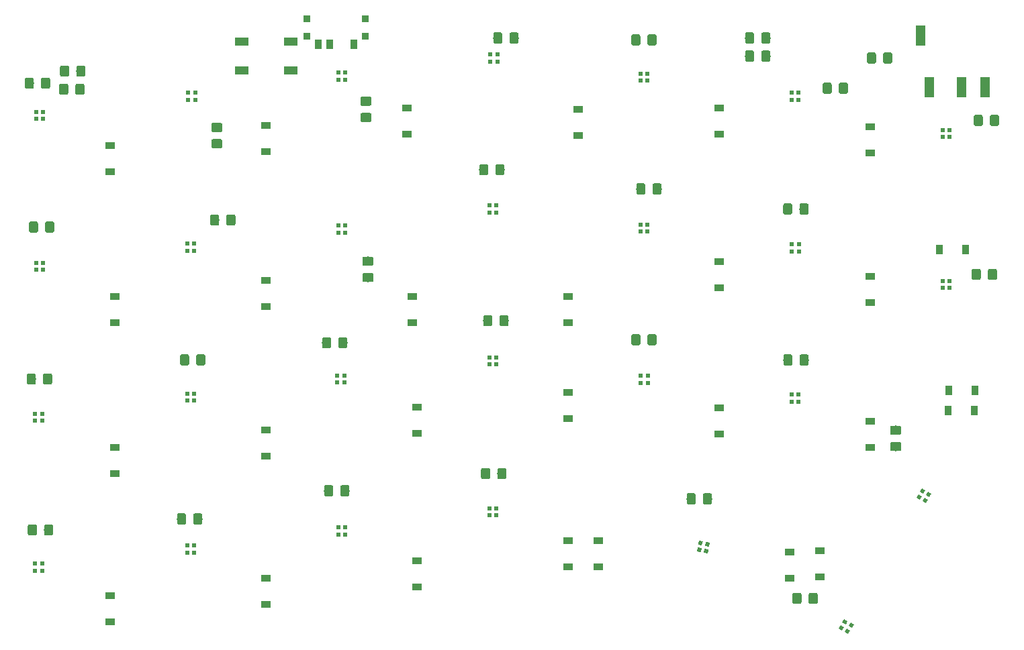
<source format=gbr>
G04 #@! TF.GenerationSoftware,KiCad,Pcbnew,(5.0.0)*
G04 #@! TF.CreationDate,2019-11-12T20:48:11-06:00*
G04 #@! TF.ProjectId,ErgoTravel,4572676F54726176656C2E6B69636164,rev?*
G04 #@! TF.SameCoordinates,Original*
G04 #@! TF.FileFunction,Paste,Top*
G04 #@! TF.FilePolarity,Positive*
%FSLAX46Y46*%
G04 Gerber Fmt 4.6, Leading zero omitted, Abs format (unit mm)*
G04 Created by KiCad (PCBNEW (5.0.0)) date 11/12/19 20:48:11*
%MOMM*%
%LPD*%
G01*
G04 APERTURE LIST*
%ADD10R,1.800000X1.100000*%
%ADD11C,0.100000*%
%ADD12C,1.150000*%
%ADD13R,0.900000X0.900000*%
%ADD14R,0.900000X1.250000*%
%ADD15R,1.200000X0.900000*%
%ADD16R,0.900000X1.200000*%
%ADD17R,0.500000X0.500000*%
%ADD18C,0.500000*%
%ADD19R,1.200000X2.500000*%
G04 APERTURE END LIST*
D10*
G04 #@! TO.C,SW1*
X109930000Y-49966000D03*
X116130000Y-49966000D03*
X109930000Y-53666000D03*
X116130000Y-53666000D03*
G04 #@! TD*
D11*
G04 #@! TO.C,R4*
G36*
X176380505Y-48831204D02*
X176404773Y-48834804D01*
X176428572Y-48840765D01*
X176451671Y-48849030D01*
X176473850Y-48859520D01*
X176494893Y-48872132D01*
X176514599Y-48886747D01*
X176532777Y-48903223D01*
X176549253Y-48921401D01*
X176563868Y-48941107D01*
X176576480Y-48962150D01*
X176586970Y-48984329D01*
X176595235Y-49007428D01*
X176601196Y-49031227D01*
X176604796Y-49055495D01*
X176606000Y-49079999D01*
X176606000Y-49980001D01*
X176604796Y-50004505D01*
X176601196Y-50028773D01*
X176595235Y-50052572D01*
X176586970Y-50075671D01*
X176576480Y-50097850D01*
X176563868Y-50118893D01*
X176549253Y-50138599D01*
X176532777Y-50156777D01*
X176514599Y-50173253D01*
X176494893Y-50187868D01*
X176473850Y-50200480D01*
X176451671Y-50210970D01*
X176428572Y-50219235D01*
X176404773Y-50225196D01*
X176380505Y-50228796D01*
X176356001Y-50230000D01*
X175705999Y-50230000D01*
X175681495Y-50228796D01*
X175657227Y-50225196D01*
X175633428Y-50219235D01*
X175610329Y-50210970D01*
X175588150Y-50200480D01*
X175567107Y-50187868D01*
X175547401Y-50173253D01*
X175529223Y-50156777D01*
X175512747Y-50138599D01*
X175498132Y-50118893D01*
X175485520Y-50097850D01*
X175475030Y-50075671D01*
X175466765Y-50052572D01*
X175460804Y-50028773D01*
X175457204Y-50004505D01*
X175456000Y-49980001D01*
X175456000Y-49079999D01*
X175457204Y-49055495D01*
X175460804Y-49031227D01*
X175466765Y-49007428D01*
X175475030Y-48984329D01*
X175485520Y-48962150D01*
X175498132Y-48941107D01*
X175512747Y-48921401D01*
X175529223Y-48903223D01*
X175547401Y-48886747D01*
X175567107Y-48872132D01*
X175588150Y-48859520D01*
X175610329Y-48849030D01*
X175633428Y-48840765D01*
X175657227Y-48834804D01*
X175681495Y-48831204D01*
X175705999Y-48830000D01*
X176356001Y-48830000D01*
X176380505Y-48831204D01*
X176380505Y-48831204D01*
G37*
D12*
X176031000Y-49530000D03*
D11*
G36*
X174330505Y-48831204D02*
X174354773Y-48834804D01*
X174378572Y-48840765D01*
X174401671Y-48849030D01*
X174423850Y-48859520D01*
X174444893Y-48872132D01*
X174464599Y-48886747D01*
X174482777Y-48903223D01*
X174499253Y-48921401D01*
X174513868Y-48941107D01*
X174526480Y-48962150D01*
X174536970Y-48984329D01*
X174545235Y-49007428D01*
X174551196Y-49031227D01*
X174554796Y-49055495D01*
X174556000Y-49079999D01*
X174556000Y-49980001D01*
X174554796Y-50004505D01*
X174551196Y-50028773D01*
X174545235Y-50052572D01*
X174536970Y-50075671D01*
X174526480Y-50097850D01*
X174513868Y-50118893D01*
X174499253Y-50138599D01*
X174482777Y-50156777D01*
X174464599Y-50173253D01*
X174444893Y-50187868D01*
X174423850Y-50200480D01*
X174401671Y-50210970D01*
X174378572Y-50219235D01*
X174354773Y-50225196D01*
X174330505Y-50228796D01*
X174306001Y-50230000D01*
X173655999Y-50230000D01*
X173631495Y-50228796D01*
X173607227Y-50225196D01*
X173583428Y-50219235D01*
X173560329Y-50210970D01*
X173538150Y-50200480D01*
X173517107Y-50187868D01*
X173497401Y-50173253D01*
X173479223Y-50156777D01*
X173462747Y-50138599D01*
X173448132Y-50118893D01*
X173435520Y-50097850D01*
X173425030Y-50075671D01*
X173416765Y-50052572D01*
X173410804Y-50028773D01*
X173407204Y-50004505D01*
X173406000Y-49980001D01*
X173406000Y-49079999D01*
X173407204Y-49055495D01*
X173410804Y-49031227D01*
X173416765Y-49007428D01*
X173425030Y-48984329D01*
X173435520Y-48962150D01*
X173448132Y-48941107D01*
X173462747Y-48921401D01*
X173479223Y-48903223D01*
X173497401Y-48886747D01*
X173517107Y-48872132D01*
X173538150Y-48859520D01*
X173560329Y-48849030D01*
X173583428Y-48840765D01*
X173607227Y-48834804D01*
X173631495Y-48831204D01*
X173655999Y-48830000D01*
X174306001Y-48830000D01*
X174330505Y-48831204D01*
X174330505Y-48831204D01*
G37*
D12*
X173981000Y-49530000D03*
G04 #@! TD*
D11*
G04 #@! TO.C,R6*
G36*
X189697505Y-51371204D02*
X189721773Y-51374804D01*
X189745572Y-51380765D01*
X189768671Y-51389030D01*
X189790850Y-51399520D01*
X189811893Y-51412132D01*
X189831599Y-51426747D01*
X189849777Y-51443223D01*
X189866253Y-51461401D01*
X189880868Y-51481107D01*
X189893480Y-51502150D01*
X189903970Y-51524329D01*
X189912235Y-51547428D01*
X189918196Y-51571227D01*
X189921796Y-51595495D01*
X189923000Y-51619999D01*
X189923000Y-52520001D01*
X189921796Y-52544505D01*
X189918196Y-52568773D01*
X189912235Y-52592572D01*
X189903970Y-52615671D01*
X189893480Y-52637850D01*
X189880868Y-52658893D01*
X189866253Y-52678599D01*
X189849777Y-52696777D01*
X189831599Y-52713253D01*
X189811893Y-52727868D01*
X189790850Y-52740480D01*
X189768671Y-52750970D01*
X189745572Y-52759235D01*
X189721773Y-52765196D01*
X189697505Y-52768796D01*
X189673001Y-52770000D01*
X189022999Y-52770000D01*
X188998495Y-52768796D01*
X188974227Y-52765196D01*
X188950428Y-52759235D01*
X188927329Y-52750970D01*
X188905150Y-52740480D01*
X188884107Y-52727868D01*
X188864401Y-52713253D01*
X188846223Y-52696777D01*
X188829747Y-52678599D01*
X188815132Y-52658893D01*
X188802520Y-52637850D01*
X188792030Y-52615671D01*
X188783765Y-52592572D01*
X188777804Y-52568773D01*
X188774204Y-52544505D01*
X188773000Y-52520001D01*
X188773000Y-51619999D01*
X188774204Y-51595495D01*
X188777804Y-51571227D01*
X188783765Y-51547428D01*
X188792030Y-51524329D01*
X188802520Y-51502150D01*
X188815132Y-51481107D01*
X188829747Y-51461401D01*
X188846223Y-51443223D01*
X188864401Y-51426747D01*
X188884107Y-51412132D01*
X188905150Y-51399520D01*
X188927329Y-51389030D01*
X188950428Y-51380765D01*
X188974227Y-51374804D01*
X188998495Y-51371204D01*
X189022999Y-51370000D01*
X189673001Y-51370000D01*
X189697505Y-51371204D01*
X189697505Y-51371204D01*
G37*
D12*
X189348000Y-52070000D03*
D11*
G36*
X191747505Y-51371204D02*
X191771773Y-51374804D01*
X191795572Y-51380765D01*
X191818671Y-51389030D01*
X191840850Y-51399520D01*
X191861893Y-51412132D01*
X191881599Y-51426747D01*
X191899777Y-51443223D01*
X191916253Y-51461401D01*
X191930868Y-51481107D01*
X191943480Y-51502150D01*
X191953970Y-51524329D01*
X191962235Y-51547428D01*
X191968196Y-51571227D01*
X191971796Y-51595495D01*
X191973000Y-51619999D01*
X191973000Y-52520001D01*
X191971796Y-52544505D01*
X191968196Y-52568773D01*
X191962235Y-52592572D01*
X191953970Y-52615671D01*
X191943480Y-52637850D01*
X191930868Y-52658893D01*
X191916253Y-52678599D01*
X191899777Y-52696777D01*
X191881599Y-52713253D01*
X191861893Y-52727868D01*
X191840850Y-52740480D01*
X191818671Y-52750970D01*
X191795572Y-52759235D01*
X191771773Y-52765196D01*
X191747505Y-52768796D01*
X191723001Y-52770000D01*
X191072999Y-52770000D01*
X191048495Y-52768796D01*
X191024227Y-52765196D01*
X191000428Y-52759235D01*
X190977329Y-52750970D01*
X190955150Y-52740480D01*
X190934107Y-52727868D01*
X190914401Y-52713253D01*
X190896223Y-52696777D01*
X190879747Y-52678599D01*
X190865132Y-52658893D01*
X190852520Y-52637850D01*
X190842030Y-52615671D01*
X190833765Y-52592572D01*
X190827804Y-52568773D01*
X190824204Y-52544505D01*
X190823000Y-52520001D01*
X190823000Y-51619999D01*
X190824204Y-51595495D01*
X190827804Y-51571227D01*
X190833765Y-51547428D01*
X190842030Y-51524329D01*
X190852520Y-51502150D01*
X190865132Y-51481107D01*
X190879747Y-51461401D01*
X190896223Y-51443223D01*
X190914401Y-51426747D01*
X190934107Y-51412132D01*
X190955150Y-51399520D01*
X190977329Y-51389030D01*
X191000428Y-51380765D01*
X191024227Y-51374804D01*
X191048495Y-51371204D01*
X191072999Y-51370000D01*
X191723001Y-51370000D01*
X191747505Y-51371204D01*
X191747505Y-51371204D01*
G37*
D12*
X191398000Y-52070000D03*
G04 #@! TD*
D13*
G04 #@! TO.C,SW3*
X118129000Y-47117000D03*
X118129000Y-49317000D03*
X125529000Y-49317000D03*
X125529000Y-47117000D03*
D14*
X124079000Y-50292000D03*
X119579000Y-50292000D03*
X121079000Y-50292000D03*
G04 #@! TD*
D11*
G04 #@! TO.C,R2*
G36*
X174330505Y-51117204D02*
X174354773Y-51120804D01*
X174378572Y-51126765D01*
X174401671Y-51135030D01*
X174423850Y-51145520D01*
X174444893Y-51158132D01*
X174464599Y-51172747D01*
X174482777Y-51189223D01*
X174499253Y-51207401D01*
X174513868Y-51227107D01*
X174526480Y-51248150D01*
X174536970Y-51270329D01*
X174545235Y-51293428D01*
X174551196Y-51317227D01*
X174554796Y-51341495D01*
X174556000Y-51365999D01*
X174556000Y-52266001D01*
X174554796Y-52290505D01*
X174551196Y-52314773D01*
X174545235Y-52338572D01*
X174536970Y-52361671D01*
X174526480Y-52383850D01*
X174513868Y-52404893D01*
X174499253Y-52424599D01*
X174482777Y-52442777D01*
X174464599Y-52459253D01*
X174444893Y-52473868D01*
X174423850Y-52486480D01*
X174401671Y-52496970D01*
X174378572Y-52505235D01*
X174354773Y-52511196D01*
X174330505Y-52514796D01*
X174306001Y-52516000D01*
X173655999Y-52516000D01*
X173631495Y-52514796D01*
X173607227Y-52511196D01*
X173583428Y-52505235D01*
X173560329Y-52496970D01*
X173538150Y-52486480D01*
X173517107Y-52473868D01*
X173497401Y-52459253D01*
X173479223Y-52442777D01*
X173462747Y-52424599D01*
X173448132Y-52404893D01*
X173435520Y-52383850D01*
X173425030Y-52361671D01*
X173416765Y-52338572D01*
X173410804Y-52314773D01*
X173407204Y-52290505D01*
X173406000Y-52266001D01*
X173406000Y-51365999D01*
X173407204Y-51341495D01*
X173410804Y-51317227D01*
X173416765Y-51293428D01*
X173425030Y-51270329D01*
X173435520Y-51248150D01*
X173448132Y-51227107D01*
X173462747Y-51207401D01*
X173479223Y-51189223D01*
X173497401Y-51172747D01*
X173517107Y-51158132D01*
X173538150Y-51145520D01*
X173560329Y-51135030D01*
X173583428Y-51126765D01*
X173607227Y-51120804D01*
X173631495Y-51117204D01*
X173655999Y-51116000D01*
X174306001Y-51116000D01*
X174330505Y-51117204D01*
X174330505Y-51117204D01*
G37*
D12*
X173981000Y-51816000D03*
D11*
G36*
X176380505Y-51117204D02*
X176404773Y-51120804D01*
X176428572Y-51126765D01*
X176451671Y-51135030D01*
X176473850Y-51145520D01*
X176494893Y-51158132D01*
X176514599Y-51172747D01*
X176532777Y-51189223D01*
X176549253Y-51207401D01*
X176563868Y-51227107D01*
X176576480Y-51248150D01*
X176586970Y-51270329D01*
X176595235Y-51293428D01*
X176601196Y-51317227D01*
X176604796Y-51341495D01*
X176606000Y-51365999D01*
X176606000Y-52266001D01*
X176604796Y-52290505D01*
X176601196Y-52314773D01*
X176595235Y-52338572D01*
X176586970Y-52361671D01*
X176576480Y-52383850D01*
X176563868Y-52404893D01*
X176549253Y-52424599D01*
X176532777Y-52442777D01*
X176514599Y-52459253D01*
X176494893Y-52473868D01*
X176473850Y-52486480D01*
X176451671Y-52496970D01*
X176428572Y-52505235D01*
X176404773Y-52511196D01*
X176380505Y-52514796D01*
X176356001Y-52516000D01*
X175705999Y-52516000D01*
X175681495Y-52514796D01*
X175657227Y-52511196D01*
X175633428Y-52505235D01*
X175610329Y-52496970D01*
X175588150Y-52486480D01*
X175567107Y-52473868D01*
X175547401Y-52459253D01*
X175529223Y-52442777D01*
X175512747Y-52424599D01*
X175498132Y-52404893D01*
X175485520Y-52383850D01*
X175475030Y-52361671D01*
X175466765Y-52338572D01*
X175460804Y-52314773D01*
X175457204Y-52290505D01*
X175456000Y-52266001D01*
X175456000Y-51365999D01*
X175457204Y-51341495D01*
X175460804Y-51317227D01*
X175466765Y-51293428D01*
X175475030Y-51270329D01*
X175485520Y-51248150D01*
X175498132Y-51227107D01*
X175512747Y-51207401D01*
X175529223Y-51189223D01*
X175547401Y-51172747D01*
X175567107Y-51158132D01*
X175588150Y-51145520D01*
X175610329Y-51135030D01*
X175633428Y-51126765D01*
X175657227Y-51120804D01*
X175681495Y-51117204D01*
X175705999Y-51116000D01*
X176356001Y-51116000D01*
X176380505Y-51117204D01*
X176380505Y-51117204D01*
G37*
D12*
X176031000Y-51816000D03*
G04 #@! TD*
D11*
G04 #@! TO.C,R8*
G36*
X89893505Y-55308204D02*
X89917773Y-55311804D01*
X89941572Y-55317765D01*
X89964671Y-55326030D01*
X89986850Y-55336520D01*
X90007893Y-55349132D01*
X90027599Y-55363747D01*
X90045777Y-55380223D01*
X90062253Y-55398401D01*
X90076868Y-55418107D01*
X90089480Y-55439150D01*
X90099970Y-55461329D01*
X90108235Y-55484428D01*
X90114196Y-55508227D01*
X90117796Y-55532495D01*
X90119000Y-55556999D01*
X90119000Y-56457001D01*
X90117796Y-56481505D01*
X90114196Y-56505773D01*
X90108235Y-56529572D01*
X90099970Y-56552671D01*
X90089480Y-56574850D01*
X90076868Y-56595893D01*
X90062253Y-56615599D01*
X90045777Y-56633777D01*
X90027599Y-56650253D01*
X90007893Y-56664868D01*
X89986850Y-56677480D01*
X89964671Y-56687970D01*
X89941572Y-56696235D01*
X89917773Y-56702196D01*
X89893505Y-56705796D01*
X89869001Y-56707000D01*
X89218999Y-56707000D01*
X89194495Y-56705796D01*
X89170227Y-56702196D01*
X89146428Y-56696235D01*
X89123329Y-56687970D01*
X89101150Y-56677480D01*
X89080107Y-56664868D01*
X89060401Y-56650253D01*
X89042223Y-56633777D01*
X89025747Y-56615599D01*
X89011132Y-56595893D01*
X88998520Y-56574850D01*
X88988030Y-56552671D01*
X88979765Y-56529572D01*
X88973804Y-56505773D01*
X88970204Y-56481505D01*
X88969000Y-56457001D01*
X88969000Y-55556999D01*
X88970204Y-55532495D01*
X88973804Y-55508227D01*
X88979765Y-55484428D01*
X88988030Y-55461329D01*
X88998520Y-55439150D01*
X89011132Y-55418107D01*
X89025747Y-55398401D01*
X89042223Y-55380223D01*
X89060401Y-55363747D01*
X89080107Y-55349132D01*
X89101150Y-55336520D01*
X89123329Y-55326030D01*
X89146428Y-55317765D01*
X89170227Y-55311804D01*
X89194495Y-55308204D01*
X89218999Y-55307000D01*
X89869001Y-55307000D01*
X89893505Y-55308204D01*
X89893505Y-55308204D01*
G37*
D12*
X89544000Y-56007000D03*
D11*
G36*
X87843505Y-55308204D02*
X87867773Y-55311804D01*
X87891572Y-55317765D01*
X87914671Y-55326030D01*
X87936850Y-55336520D01*
X87957893Y-55349132D01*
X87977599Y-55363747D01*
X87995777Y-55380223D01*
X88012253Y-55398401D01*
X88026868Y-55418107D01*
X88039480Y-55439150D01*
X88049970Y-55461329D01*
X88058235Y-55484428D01*
X88064196Y-55508227D01*
X88067796Y-55532495D01*
X88069000Y-55556999D01*
X88069000Y-56457001D01*
X88067796Y-56481505D01*
X88064196Y-56505773D01*
X88058235Y-56529572D01*
X88049970Y-56552671D01*
X88039480Y-56574850D01*
X88026868Y-56595893D01*
X88012253Y-56615599D01*
X87995777Y-56633777D01*
X87977599Y-56650253D01*
X87957893Y-56664868D01*
X87936850Y-56677480D01*
X87914671Y-56687970D01*
X87891572Y-56696235D01*
X87867773Y-56702196D01*
X87843505Y-56705796D01*
X87819001Y-56707000D01*
X87168999Y-56707000D01*
X87144495Y-56705796D01*
X87120227Y-56702196D01*
X87096428Y-56696235D01*
X87073329Y-56687970D01*
X87051150Y-56677480D01*
X87030107Y-56664868D01*
X87010401Y-56650253D01*
X86992223Y-56633777D01*
X86975747Y-56615599D01*
X86961132Y-56595893D01*
X86948520Y-56574850D01*
X86938030Y-56552671D01*
X86929765Y-56529572D01*
X86923804Y-56505773D01*
X86920204Y-56481505D01*
X86919000Y-56457001D01*
X86919000Y-55556999D01*
X86920204Y-55532495D01*
X86923804Y-55508227D01*
X86929765Y-55484428D01*
X86938030Y-55461329D01*
X86948520Y-55439150D01*
X86961132Y-55418107D01*
X86975747Y-55398401D01*
X86992223Y-55380223D01*
X87010401Y-55363747D01*
X87030107Y-55349132D01*
X87051150Y-55336520D01*
X87073329Y-55326030D01*
X87096428Y-55317765D01*
X87120227Y-55311804D01*
X87144495Y-55308204D01*
X87168999Y-55307000D01*
X87819001Y-55307000D01*
X87843505Y-55308204D01*
X87843505Y-55308204D01*
G37*
D12*
X87494000Y-56007000D03*
G04 #@! TD*
D11*
G04 #@! TO.C,C1*
G36*
X180299910Y-119570202D02*
X180324135Y-119573795D01*
X180347891Y-119579746D01*
X180370949Y-119587996D01*
X180393087Y-119598467D01*
X180414093Y-119611057D01*
X180433763Y-119625645D01*
X180451908Y-119642092D01*
X180468355Y-119660237D01*
X180482943Y-119679907D01*
X180495533Y-119700913D01*
X180506004Y-119723051D01*
X180514254Y-119746109D01*
X180520205Y-119769865D01*
X180523798Y-119794090D01*
X180525000Y-119818550D01*
X180525000Y-120719450D01*
X180523798Y-120743910D01*
X180520205Y-120768135D01*
X180514254Y-120791891D01*
X180506004Y-120814949D01*
X180495533Y-120837087D01*
X180482943Y-120858093D01*
X180468355Y-120877763D01*
X180451908Y-120895908D01*
X180433763Y-120912355D01*
X180414093Y-120926943D01*
X180393087Y-120939533D01*
X180370949Y-120950004D01*
X180347891Y-120958254D01*
X180324135Y-120964205D01*
X180299910Y-120967798D01*
X180275450Y-120969000D01*
X179624550Y-120969000D01*
X179600090Y-120967798D01*
X179575865Y-120964205D01*
X179552109Y-120958254D01*
X179529051Y-120950004D01*
X179506913Y-120939533D01*
X179485907Y-120926943D01*
X179466237Y-120912355D01*
X179448092Y-120895908D01*
X179431645Y-120877763D01*
X179417057Y-120858093D01*
X179404467Y-120837087D01*
X179393996Y-120814949D01*
X179385746Y-120791891D01*
X179379795Y-120768135D01*
X179376202Y-120743910D01*
X179375000Y-120719450D01*
X179375000Y-119818550D01*
X179376202Y-119794090D01*
X179379795Y-119769865D01*
X179385746Y-119746109D01*
X179393996Y-119723051D01*
X179404467Y-119700913D01*
X179417057Y-119679907D01*
X179431645Y-119660237D01*
X179448092Y-119642092D01*
X179466237Y-119625645D01*
X179485907Y-119611057D01*
X179506913Y-119598467D01*
X179529051Y-119587996D01*
X179552109Y-119579746D01*
X179575865Y-119573795D01*
X179600090Y-119570202D01*
X179624550Y-119569000D01*
X180275450Y-119569000D01*
X180299910Y-119570202D01*
X180299910Y-119570202D01*
G37*
D12*
X179950000Y-120269000D03*
D11*
G36*
X182349910Y-119570202D02*
X182374135Y-119573795D01*
X182397891Y-119579746D01*
X182420949Y-119587996D01*
X182443087Y-119598467D01*
X182464093Y-119611057D01*
X182483763Y-119625645D01*
X182501908Y-119642092D01*
X182518355Y-119660237D01*
X182532943Y-119679907D01*
X182545533Y-119700913D01*
X182556004Y-119723051D01*
X182564254Y-119746109D01*
X182570205Y-119769865D01*
X182573798Y-119794090D01*
X182575000Y-119818550D01*
X182575000Y-120719450D01*
X182573798Y-120743910D01*
X182570205Y-120768135D01*
X182564254Y-120791891D01*
X182556004Y-120814949D01*
X182545533Y-120837087D01*
X182532943Y-120858093D01*
X182518355Y-120877763D01*
X182501908Y-120895908D01*
X182483763Y-120912355D01*
X182464093Y-120926943D01*
X182443087Y-120939533D01*
X182420949Y-120950004D01*
X182397891Y-120958254D01*
X182374135Y-120964205D01*
X182349910Y-120967798D01*
X182325450Y-120969000D01*
X181674550Y-120969000D01*
X181650090Y-120967798D01*
X181625865Y-120964205D01*
X181602109Y-120958254D01*
X181579051Y-120950004D01*
X181556913Y-120939533D01*
X181535907Y-120926943D01*
X181516237Y-120912355D01*
X181498092Y-120895908D01*
X181481645Y-120877763D01*
X181467057Y-120858093D01*
X181454467Y-120837087D01*
X181443996Y-120814949D01*
X181435746Y-120791891D01*
X181429795Y-120768135D01*
X181426202Y-120743910D01*
X181425000Y-120719450D01*
X181425000Y-119818550D01*
X181426202Y-119794090D01*
X181429795Y-119769865D01*
X181435746Y-119746109D01*
X181443996Y-119723051D01*
X181454467Y-119700913D01*
X181467057Y-119679907D01*
X181481645Y-119660237D01*
X181498092Y-119642092D01*
X181516237Y-119625645D01*
X181535907Y-119611057D01*
X181556913Y-119598467D01*
X181579051Y-119587996D01*
X181602109Y-119579746D01*
X181625865Y-119573795D01*
X181650090Y-119570202D01*
X181674550Y-119569000D01*
X182325450Y-119569000D01*
X182349910Y-119570202D01*
X182349910Y-119570202D01*
G37*
D12*
X182000000Y-120269000D03*
G04 #@! TD*
D11*
G04 #@! TO.C,C2*
G36*
X186159910Y-55181202D02*
X186184135Y-55184795D01*
X186207891Y-55190746D01*
X186230949Y-55198996D01*
X186253087Y-55209467D01*
X186274093Y-55222057D01*
X186293763Y-55236645D01*
X186311908Y-55253092D01*
X186328355Y-55271237D01*
X186342943Y-55290907D01*
X186355533Y-55311913D01*
X186366004Y-55334051D01*
X186374254Y-55357109D01*
X186380205Y-55380865D01*
X186383798Y-55405090D01*
X186385000Y-55429550D01*
X186385000Y-56330450D01*
X186383798Y-56354910D01*
X186380205Y-56379135D01*
X186374254Y-56402891D01*
X186366004Y-56425949D01*
X186355533Y-56448087D01*
X186342943Y-56469093D01*
X186328355Y-56488763D01*
X186311908Y-56506908D01*
X186293763Y-56523355D01*
X186274093Y-56537943D01*
X186253087Y-56550533D01*
X186230949Y-56561004D01*
X186207891Y-56569254D01*
X186184135Y-56575205D01*
X186159910Y-56578798D01*
X186135450Y-56580000D01*
X185484550Y-56580000D01*
X185460090Y-56578798D01*
X185435865Y-56575205D01*
X185412109Y-56569254D01*
X185389051Y-56561004D01*
X185366913Y-56550533D01*
X185345907Y-56537943D01*
X185326237Y-56523355D01*
X185308092Y-56506908D01*
X185291645Y-56488763D01*
X185277057Y-56469093D01*
X185264467Y-56448087D01*
X185253996Y-56425949D01*
X185245746Y-56402891D01*
X185239795Y-56379135D01*
X185236202Y-56354910D01*
X185235000Y-56330450D01*
X185235000Y-55429550D01*
X185236202Y-55405090D01*
X185239795Y-55380865D01*
X185245746Y-55357109D01*
X185253996Y-55334051D01*
X185264467Y-55311913D01*
X185277057Y-55290907D01*
X185291645Y-55271237D01*
X185308092Y-55253092D01*
X185326237Y-55236645D01*
X185345907Y-55222057D01*
X185366913Y-55209467D01*
X185389051Y-55198996D01*
X185412109Y-55190746D01*
X185435865Y-55184795D01*
X185460090Y-55181202D01*
X185484550Y-55180000D01*
X186135450Y-55180000D01*
X186159910Y-55181202D01*
X186159910Y-55181202D01*
G37*
D12*
X185810000Y-55880000D03*
D11*
G36*
X184109910Y-55181202D02*
X184134135Y-55184795D01*
X184157891Y-55190746D01*
X184180949Y-55198996D01*
X184203087Y-55209467D01*
X184224093Y-55222057D01*
X184243763Y-55236645D01*
X184261908Y-55253092D01*
X184278355Y-55271237D01*
X184292943Y-55290907D01*
X184305533Y-55311913D01*
X184316004Y-55334051D01*
X184324254Y-55357109D01*
X184330205Y-55380865D01*
X184333798Y-55405090D01*
X184335000Y-55429550D01*
X184335000Y-56330450D01*
X184333798Y-56354910D01*
X184330205Y-56379135D01*
X184324254Y-56402891D01*
X184316004Y-56425949D01*
X184305533Y-56448087D01*
X184292943Y-56469093D01*
X184278355Y-56488763D01*
X184261908Y-56506908D01*
X184243763Y-56523355D01*
X184224093Y-56537943D01*
X184203087Y-56550533D01*
X184180949Y-56561004D01*
X184157891Y-56569254D01*
X184134135Y-56575205D01*
X184109910Y-56578798D01*
X184085450Y-56580000D01*
X183434550Y-56580000D01*
X183410090Y-56578798D01*
X183385865Y-56575205D01*
X183362109Y-56569254D01*
X183339051Y-56561004D01*
X183316913Y-56550533D01*
X183295907Y-56537943D01*
X183276237Y-56523355D01*
X183258092Y-56506908D01*
X183241645Y-56488763D01*
X183227057Y-56469093D01*
X183214467Y-56448087D01*
X183203996Y-56425949D01*
X183195746Y-56402891D01*
X183189795Y-56379135D01*
X183186202Y-56354910D01*
X183185000Y-56330450D01*
X183185000Y-55429550D01*
X183186202Y-55405090D01*
X183189795Y-55380865D01*
X183195746Y-55357109D01*
X183203996Y-55334051D01*
X183214467Y-55311913D01*
X183227057Y-55290907D01*
X183241645Y-55271237D01*
X183258092Y-55253092D01*
X183276237Y-55236645D01*
X183295907Y-55222057D01*
X183316913Y-55209467D01*
X183339051Y-55198996D01*
X183362109Y-55190746D01*
X183385865Y-55184795D01*
X183410090Y-55181202D01*
X183434550Y-55180000D01*
X184085450Y-55180000D01*
X184109910Y-55181202D01*
X184109910Y-55181202D01*
G37*
D12*
X183760000Y-55880000D03*
G04 #@! TD*
D11*
G04 #@! TO.C,C3*
G36*
X126077910Y-58998202D02*
X126102135Y-59001795D01*
X126125891Y-59007746D01*
X126148949Y-59015996D01*
X126171087Y-59026467D01*
X126192093Y-59039057D01*
X126211763Y-59053645D01*
X126229908Y-59070092D01*
X126246355Y-59088237D01*
X126260943Y-59107907D01*
X126273533Y-59128913D01*
X126284004Y-59151051D01*
X126292254Y-59174109D01*
X126298205Y-59197865D01*
X126301798Y-59222090D01*
X126303000Y-59246550D01*
X126303000Y-59897450D01*
X126301798Y-59921910D01*
X126298205Y-59946135D01*
X126292254Y-59969891D01*
X126284004Y-59992949D01*
X126273533Y-60015087D01*
X126260943Y-60036093D01*
X126246355Y-60055763D01*
X126229908Y-60073908D01*
X126211763Y-60090355D01*
X126192093Y-60104943D01*
X126171087Y-60117533D01*
X126148949Y-60128004D01*
X126125891Y-60136254D01*
X126102135Y-60142205D01*
X126077910Y-60145798D01*
X126053450Y-60147000D01*
X125152550Y-60147000D01*
X125128090Y-60145798D01*
X125103865Y-60142205D01*
X125080109Y-60136254D01*
X125057051Y-60128004D01*
X125034913Y-60117533D01*
X125013907Y-60104943D01*
X124994237Y-60090355D01*
X124976092Y-60073908D01*
X124959645Y-60055763D01*
X124945057Y-60036093D01*
X124932467Y-60015087D01*
X124921996Y-59992949D01*
X124913746Y-59969891D01*
X124907795Y-59946135D01*
X124904202Y-59921910D01*
X124903000Y-59897450D01*
X124903000Y-59246550D01*
X124904202Y-59222090D01*
X124907795Y-59197865D01*
X124913746Y-59174109D01*
X124921996Y-59151051D01*
X124932467Y-59128913D01*
X124945057Y-59107907D01*
X124959645Y-59088237D01*
X124976092Y-59070092D01*
X124994237Y-59053645D01*
X125013907Y-59039057D01*
X125034913Y-59026467D01*
X125057051Y-59015996D01*
X125080109Y-59007746D01*
X125103865Y-59001795D01*
X125128090Y-58998202D01*
X125152550Y-58997000D01*
X126053450Y-58997000D01*
X126077910Y-58998202D01*
X126077910Y-58998202D01*
G37*
D12*
X125603000Y-59572000D03*
D11*
G36*
X126077910Y-56948202D02*
X126102135Y-56951795D01*
X126125891Y-56957746D01*
X126148949Y-56965996D01*
X126171087Y-56976467D01*
X126192093Y-56989057D01*
X126211763Y-57003645D01*
X126229908Y-57020092D01*
X126246355Y-57038237D01*
X126260943Y-57057907D01*
X126273533Y-57078913D01*
X126284004Y-57101051D01*
X126292254Y-57124109D01*
X126298205Y-57147865D01*
X126301798Y-57172090D01*
X126303000Y-57196550D01*
X126303000Y-57847450D01*
X126301798Y-57871910D01*
X126298205Y-57896135D01*
X126292254Y-57919891D01*
X126284004Y-57942949D01*
X126273533Y-57965087D01*
X126260943Y-57986093D01*
X126246355Y-58005763D01*
X126229908Y-58023908D01*
X126211763Y-58040355D01*
X126192093Y-58054943D01*
X126171087Y-58067533D01*
X126148949Y-58078004D01*
X126125891Y-58086254D01*
X126102135Y-58092205D01*
X126077910Y-58095798D01*
X126053450Y-58097000D01*
X125152550Y-58097000D01*
X125128090Y-58095798D01*
X125103865Y-58092205D01*
X125080109Y-58086254D01*
X125057051Y-58078004D01*
X125034913Y-58067533D01*
X125013907Y-58054943D01*
X124994237Y-58040355D01*
X124976092Y-58023908D01*
X124959645Y-58005763D01*
X124945057Y-57986093D01*
X124932467Y-57965087D01*
X124921996Y-57942949D01*
X124913746Y-57919891D01*
X124907795Y-57896135D01*
X124904202Y-57871910D01*
X124903000Y-57847450D01*
X124903000Y-57196550D01*
X124904202Y-57172090D01*
X124907795Y-57147865D01*
X124913746Y-57124109D01*
X124921996Y-57101051D01*
X124932467Y-57078913D01*
X124945057Y-57057907D01*
X124959645Y-57038237D01*
X124976092Y-57020092D01*
X124994237Y-57003645D01*
X125013907Y-56989057D01*
X125034913Y-56976467D01*
X125057051Y-56965996D01*
X125080109Y-56957746D01*
X125103865Y-56951795D01*
X125128090Y-56948202D01*
X125152550Y-56947000D01*
X126053450Y-56947000D01*
X126077910Y-56948202D01*
X126077910Y-56948202D01*
G37*
D12*
X125603000Y-57522000D03*
G04 #@! TD*
D11*
G04 #@! TO.C,C4*
G36*
X179156910Y-89471202D02*
X179181135Y-89474795D01*
X179204891Y-89480746D01*
X179227949Y-89488996D01*
X179250087Y-89499467D01*
X179271093Y-89512057D01*
X179290763Y-89526645D01*
X179308908Y-89543092D01*
X179325355Y-89561237D01*
X179339943Y-89580907D01*
X179352533Y-89601913D01*
X179363004Y-89624051D01*
X179371254Y-89647109D01*
X179377205Y-89670865D01*
X179380798Y-89695090D01*
X179382000Y-89719550D01*
X179382000Y-90620450D01*
X179380798Y-90644910D01*
X179377205Y-90669135D01*
X179371254Y-90692891D01*
X179363004Y-90715949D01*
X179352533Y-90738087D01*
X179339943Y-90759093D01*
X179325355Y-90778763D01*
X179308908Y-90796908D01*
X179290763Y-90813355D01*
X179271093Y-90827943D01*
X179250087Y-90840533D01*
X179227949Y-90851004D01*
X179204891Y-90859254D01*
X179181135Y-90865205D01*
X179156910Y-90868798D01*
X179132450Y-90870000D01*
X178481550Y-90870000D01*
X178457090Y-90868798D01*
X178432865Y-90865205D01*
X178409109Y-90859254D01*
X178386051Y-90851004D01*
X178363913Y-90840533D01*
X178342907Y-90827943D01*
X178323237Y-90813355D01*
X178305092Y-90796908D01*
X178288645Y-90778763D01*
X178274057Y-90759093D01*
X178261467Y-90738087D01*
X178250996Y-90715949D01*
X178242746Y-90692891D01*
X178236795Y-90669135D01*
X178233202Y-90644910D01*
X178232000Y-90620450D01*
X178232000Y-89719550D01*
X178233202Y-89695090D01*
X178236795Y-89670865D01*
X178242746Y-89647109D01*
X178250996Y-89624051D01*
X178261467Y-89601913D01*
X178274057Y-89580907D01*
X178288645Y-89561237D01*
X178305092Y-89543092D01*
X178323237Y-89526645D01*
X178342907Y-89512057D01*
X178363913Y-89499467D01*
X178386051Y-89488996D01*
X178409109Y-89480746D01*
X178432865Y-89474795D01*
X178457090Y-89471202D01*
X178481550Y-89470000D01*
X179132450Y-89470000D01*
X179156910Y-89471202D01*
X179156910Y-89471202D01*
G37*
D12*
X178807000Y-90170000D03*
D11*
G36*
X181206910Y-89471202D02*
X181231135Y-89474795D01*
X181254891Y-89480746D01*
X181277949Y-89488996D01*
X181300087Y-89499467D01*
X181321093Y-89512057D01*
X181340763Y-89526645D01*
X181358908Y-89543092D01*
X181375355Y-89561237D01*
X181389943Y-89580907D01*
X181402533Y-89601913D01*
X181413004Y-89624051D01*
X181421254Y-89647109D01*
X181427205Y-89670865D01*
X181430798Y-89695090D01*
X181432000Y-89719550D01*
X181432000Y-90620450D01*
X181430798Y-90644910D01*
X181427205Y-90669135D01*
X181421254Y-90692891D01*
X181413004Y-90715949D01*
X181402533Y-90738087D01*
X181389943Y-90759093D01*
X181375355Y-90778763D01*
X181358908Y-90796908D01*
X181340763Y-90813355D01*
X181321093Y-90827943D01*
X181300087Y-90840533D01*
X181277949Y-90851004D01*
X181254891Y-90859254D01*
X181231135Y-90865205D01*
X181206910Y-90868798D01*
X181182450Y-90870000D01*
X180531550Y-90870000D01*
X180507090Y-90868798D01*
X180482865Y-90865205D01*
X180459109Y-90859254D01*
X180436051Y-90851004D01*
X180413913Y-90840533D01*
X180392907Y-90827943D01*
X180373237Y-90813355D01*
X180355092Y-90796908D01*
X180338645Y-90778763D01*
X180324057Y-90759093D01*
X180311467Y-90738087D01*
X180300996Y-90715949D01*
X180292746Y-90692891D01*
X180286795Y-90669135D01*
X180283202Y-90644910D01*
X180282000Y-90620450D01*
X180282000Y-89719550D01*
X180283202Y-89695090D01*
X180286795Y-89670865D01*
X180292746Y-89647109D01*
X180300996Y-89624051D01*
X180311467Y-89601913D01*
X180324057Y-89580907D01*
X180338645Y-89561237D01*
X180355092Y-89543092D01*
X180373237Y-89526645D01*
X180392907Y-89512057D01*
X180413913Y-89499467D01*
X180436051Y-89488996D01*
X180459109Y-89480746D01*
X180482865Y-89474795D01*
X180507090Y-89471202D01*
X180531550Y-89470000D01*
X181182450Y-89470000D01*
X181206910Y-89471202D01*
X181206910Y-89471202D01*
G37*
D12*
X180857000Y-90170000D03*
G04 #@! TD*
D11*
G04 #@! TO.C,C5*
G36*
X179147910Y-70421202D02*
X179172135Y-70424795D01*
X179195891Y-70430746D01*
X179218949Y-70438996D01*
X179241087Y-70449467D01*
X179262093Y-70462057D01*
X179281763Y-70476645D01*
X179299908Y-70493092D01*
X179316355Y-70511237D01*
X179330943Y-70530907D01*
X179343533Y-70551913D01*
X179354004Y-70574051D01*
X179362254Y-70597109D01*
X179368205Y-70620865D01*
X179371798Y-70645090D01*
X179373000Y-70669550D01*
X179373000Y-71570450D01*
X179371798Y-71594910D01*
X179368205Y-71619135D01*
X179362254Y-71642891D01*
X179354004Y-71665949D01*
X179343533Y-71688087D01*
X179330943Y-71709093D01*
X179316355Y-71728763D01*
X179299908Y-71746908D01*
X179281763Y-71763355D01*
X179262093Y-71777943D01*
X179241087Y-71790533D01*
X179218949Y-71801004D01*
X179195891Y-71809254D01*
X179172135Y-71815205D01*
X179147910Y-71818798D01*
X179123450Y-71820000D01*
X178472550Y-71820000D01*
X178448090Y-71818798D01*
X178423865Y-71815205D01*
X178400109Y-71809254D01*
X178377051Y-71801004D01*
X178354913Y-71790533D01*
X178333907Y-71777943D01*
X178314237Y-71763355D01*
X178296092Y-71746908D01*
X178279645Y-71728763D01*
X178265057Y-71709093D01*
X178252467Y-71688087D01*
X178241996Y-71665949D01*
X178233746Y-71642891D01*
X178227795Y-71619135D01*
X178224202Y-71594910D01*
X178223000Y-71570450D01*
X178223000Y-70669550D01*
X178224202Y-70645090D01*
X178227795Y-70620865D01*
X178233746Y-70597109D01*
X178241996Y-70574051D01*
X178252467Y-70551913D01*
X178265057Y-70530907D01*
X178279645Y-70511237D01*
X178296092Y-70493092D01*
X178314237Y-70476645D01*
X178333907Y-70462057D01*
X178354913Y-70449467D01*
X178377051Y-70438996D01*
X178400109Y-70430746D01*
X178423865Y-70424795D01*
X178448090Y-70421202D01*
X178472550Y-70420000D01*
X179123450Y-70420000D01*
X179147910Y-70421202D01*
X179147910Y-70421202D01*
G37*
D12*
X178798000Y-71120000D03*
D11*
G36*
X181197910Y-70421202D02*
X181222135Y-70424795D01*
X181245891Y-70430746D01*
X181268949Y-70438996D01*
X181291087Y-70449467D01*
X181312093Y-70462057D01*
X181331763Y-70476645D01*
X181349908Y-70493092D01*
X181366355Y-70511237D01*
X181380943Y-70530907D01*
X181393533Y-70551913D01*
X181404004Y-70574051D01*
X181412254Y-70597109D01*
X181418205Y-70620865D01*
X181421798Y-70645090D01*
X181423000Y-70669550D01*
X181423000Y-71570450D01*
X181421798Y-71594910D01*
X181418205Y-71619135D01*
X181412254Y-71642891D01*
X181404004Y-71665949D01*
X181393533Y-71688087D01*
X181380943Y-71709093D01*
X181366355Y-71728763D01*
X181349908Y-71746908D01*
X181331763Y-71763355D01*
X181312093Y-71777943D01*
X181291087Y-71790533D01*
X181268949Y-71801004D01*
X181245891Y-71809254D01*
X181222135Y-71815205D01*
X181197910Y-71818798D01*
X181173450Y-71820000D01*
X180522550Y-71820000D01*
X180498090Y-71818798D01*
X180473865Y-71815205D01*
X180450109Y-71809254D01*
X180427051Y-71801004D01*
X180404913Y-71790533D01*
X180383907Y-71777943D01*
X180364237Y-71763355D01*
X180346092Y-71746908D01*
X180329645Y-71728763D01*
X180315057Y-71709093D01*
X180302467Y-71688087D01*
X180291996Y-71665949D01*
X180283746Y-71642891D01*
X180277795Y-71619135D01*
X180274202Y-71594910D01*
X180273000Y-71570450D01*
X180273000Y-70669550D01*
X180274202Y-70645090D01*
X180277795Y-70620865D01*
X180283746Y-70597109D01*
X180291996Y-70574051D01*
X180302467Y-70551913D01*
X180315057Y-70530907D01*
X180329645Y-70511237D01*
X180346092Y-70493092D01*
X180364237Y-70476645D01*
X180383907Y-70462057D01*
X180404913Y-70449467D01*
X180427051Y-70438996D01*
X180450109Y-70430746D01*
X180473865Y-70424795D01*
X180498090Y-70421202D01*
X180522550Y-70420000D01*
X181173450Y-70420000D01*
X181197910Y-70421202D01*
X181197910Y-70421202D01*
G37*
D12*
X180848000Y-71120000D03*
G04 #@! TD*
D11*
G04 #@! TO.C,C6*
G36*
X126331910Y-79191202D02*
X126356135Y-79194795D01*
X126379891Y-79200746D01*
X126402949Y-79208996D01*
X126425087Y-79219467D01*
X126446093Y-79232057D01*
X126465763Y-79246645D01*
X126483908Y-79263092D01*
X126500355Y-79281237D01*
X126514943Y-79300907D01*
X126527533Y-79321913D01*
X126538004Y-79344051D01*
X126546254Y-79367109D01*
X126552205Y-79390865D01*
X126555798Y-79415090D01*
X126557000Y-79439550D01*
X126557000Y-80090450D01*
X126555798Y-80114910D01*
X126552205Y-80139135D01*
X126546254Y-80162891D01*
X126538004Y-80185949D01*
X126527533Y-80208087D01*
X126514943Y-80229093D01*
X126500355Y-80248763D01*
X126483908Y-80266908D01*
X126465763Y-80283355D01*
X126446093Y-80297943D01*
X126425087Y-80310533D01*
X126402949Y-80321004D01*
X126379891Y-80329254D01*
X126356135Y-80335205D01*
X126331910Y-80338798D01*
X126307450Y-80340000D01*
X125406550Y-80340000D01*
X125382090Y-80338798D01*
X125357865Y-80335205D01*
X125334109Y-80329254D01*
X125311051Y-80321004D01*
X125288913Y-80310533D01*
X125267907Y-80297943D01*
X125248237Y-80283355D01*
X125230092Y-80266908D01*
X125213645Y-80248763D01*
X125199057Y-80229093D01*
X125186467Y-80208087D01*
X125175996Y-80185949D01*
X125167746Y-80162891D01*
X125161795Y-80139135D01*
X125158202Y-80114910D01*
X125157000Y-80090450D01*
X125157000Y-79439550D01*
X125158202Y-79415090D01*
X125161795Y-79390865D01*
X125167746Y-79367109D01*
X125175996Y-79344051D01*
X125186467Y-79321913D01*
X125199057Y-79300907D01*
X125213645Y-79281237D01*
X125230092Y-79263092D01*
X125248237Y-79246645D01*
X125267907Y-79232057D01*
X125288913Y-79219467D01*
X125311051Y-79208996D01*
X125334109Y-79200746D01*
X125357865Y-79194795D01*
X125382090Y-79191202D01*
X125406550Y-79190000D01*
X126307450Y-79190000D01*
X126331910Y-79191202D01*
X126331910Y-79191202D01*
G37*
D12*
X125857000Y-79765000D03*
D11*
G36*
X126331910Y-77141202D02*
X126356135Y-77144795D01*
X126379891Y-77150746D01*
X126402949Y-77158996D01*
X126425087Y-77169467D01*
X126446093Y-77182057D01*
X126465763Y-77196645D01*
X126483908Y-77213092D01*
X126500355Y-77231237D01*
X126514943Y-77250907D01*
X126527533Y-77271913D01*
X126538004Y-77294051D01*
X126546254Y-77317109D01*
X126552205Y-77340865D01*
X126555798Y-77365090D01*
X126557000Y-77389550D01*
X126557000Y-78040450D01*
X126555798Y-78064910D01*
X126552205Y-78089135D01*
X126546254Y-78112891D01*
X126538004Y-78135949D01*
X126527533Y-78158087D01*
X126514943Y-78179093D01*
X126500355Y-78198763D01*
X126483908Y-78216908D01*
X126465763Y-78233355D01*
X126446093Y-78247943D01*
X126425087Y-78260533D01*
X126402949Y-78271004D01*
X126379891Y-78279254D01*
X126356135Y-78285205D01*
X126331910Y-78288798D01*
X126307450Y-78290000D01*
X125406550Y-78290000D01*
X125382090Y-78288798D01*
X125357865Y-78285205D01*
X125334109Y-78279254D01*
X125311051Y-78271004D01*
X125288913Y-78260533D01*
X125267907Y-78247943D01*
X125248237Y-78233355D01*
X125230092Y-78216908D01*
X125213645Y-78198763D01*
X125199057Y-78179093D01*
X125186467Y-78158087D01*
X125175996Y-78135949D01*
X125167746Y-78112891D01*
X125161795Y-78089135D01*
X125158202Y-78064910D01*
X125157000Y-78040450D01*
X125157000Y-77389550D01*
X125158202Y-77365090D01*
X125161795Y-77340865D01*
X125167746Y-77317109D01*
X125175996Y-77294051D01*
X125186467Y-77271913D01*
X125199057Y-77250907D01*
X125213645Y-77231237D01*
X125230092Y-77213092D01*
X125248237Y-77196645D01*
X125267907Y-77182057D01*
X125288913Y-77169467D01*
X125311051Y-77158996D01*
X125334109Y-77150746D01*
X125357865Y-77144795D01*
X125382090Y-77141202D01*
X125406550Y-77140000D01*
X126307450Y-77140000D01*
X126331910Y-77141202D01*
X126331910Y-77141202D01*
G37*
D12*
X125857000Y-77715000D03*
G04 #@! TD*
D11*
G04 #@! TO.C,C7*
G36*
X107281910Y-60259201D02*
X107306135Y-60262794D01*
X107329891Y-60268745D01*
X107352949Y-60276995D01*
X107375087Y-60287466D01*
X107396093Y-60300056D01*
X107415763Y-60314644D01*
X107433908Y-60331091D01*
X107450355Y-60349236D01*
X107464943Y-60368906D01*
X107477533Y-60389912D01*
X107488004Y-60412050D01*
X107496254Y-60435108D01*
X107502205Y-60458864D01*
X107505798Y-60483089D01*
X107507000Y-60507549D01*
X107507000Y-61158449D01*
X107505798Y-61182909D01*
X107502205Y-61207134D01*
X107496254Y-61230890D01*
X107488004Y-61253948D01*
X107477533Y-61276086D01*
X107464943Y-61297092D01*
X107450355Y-61316762D01*
X107433908Y-61334907D01*
X107415763Y-61351354D01*
X107396093Y-61365942D01*
X107375087Y-61378532D01*
X107352949Y-61389003D01*
X107329891Y-61397253D01*
X107306135Y-61403204D01*
X107281910Y-61406797D01*
X107257450Y-61407999D01*
X106356550Y-61407999D01*
X106332090Y-61406797D01*
X106307865Y-61403204D01*
X106284109Y-61397253D01*
X106261051Y-61389003D01*
X106238913Y-61378532D01*
X106217907Y-61365942D01*
X106198237Y-61351354D01*
X106180092Y-61334907D01*
X106163645Y-61316762D01*
X106149057Y-61297092D01*
X106136467Y-61276086D01*
X106125996Y-61253948D01*
X106117746Y-61230890D01*
X106111795Y-61207134D01*
X106108202Y-61182909D01*
X106107000Y-61158449D01*
X106107000Y-60507549D01*
X106108202Y-60483089D01*
X106111795Y-60458864D01*
X106117746Y-60435108D01*
X106125996Y-60412050D01*
X106136467Y-60389912D01*
X106149057Y-60368906D01*
X106163645Y-60349236D01*
X106180092Y-60331091D01*
X106198237Y-60314644D01*
X106217907Y-60300056D01*
X106238913Y-60287466D01*
X106261051Y-60276995D01*
X106284109Y-60268745D01*
X106307865Y-60262794D01*
X106332090Y-60259201D01*
X106356550Y-60257999D01*
X107257450Y-60257999D01*
X107281910Y-60259201D01*
X107281910Y-60259201D01*
G37*
D12*
X106807000Y-60832999D03*
D11*
G36*
X107281910Y-62309201D02*
X107306135Y-62312794D01*
X107329891Y-62318745D01*
X107352949Y-62326995D01*
X107375087Y-62337466D01*
X107396093Y-62350056D01*
X107415763Y-62364644D01*
X107433908Y-62381091D01*
X107450355Y-62399236D01*
X107464943Y-62418906D01*
X107477533Y-62439912D01*
X107488004Y-62462050D01*
X107496254Y-62485108D01*
X107502205Y-62508864D01*
X107505798Y-62533089D01*
X107507000Y-62557549D01*
X107507000Y-63208449D01*
X107505798Y-63232909D01*
X107502205Y-63257134D01*
X107496254Y-63280890D01*
X107488004Y-63303948D01*
X107477533Y-63326086D01*
X107464943Y-63347092D01*
X107450355Y-63366762D01*
X107433908Y-63384907D01*
X107415763Y-63401354D01*
X107396093Y-63415942D01*
X107375087Y-63428532D01*
X107352949Y-63439003D01*
X107329891Y-63447253D01*
X107306135Y-63453204D01*
X107281910Y-63456797D01*
X107257450Y-63457999D01*
X106356550Y-63457999D01*
X106332090Y-63456797D01*
X106307865Y-63453204D01*
X106284109Y-63447253D01*
X106261051Y-63439003D01*
X106238913Y-63428532D01*
X106217907Y-63415942D01*
X106198237Y-63401354D01*
X106180092Y-63384907D01*
X106163645Y-63366762D01*
X106149057Y-63347092D01*
X106136467Y-63326086D01*
X106125996Y-63303948D01*
X106117746Y-63280890D01*
X106111795Y-63257134D01*
X106108202Y-63232909D01*
X106107000Y-63208449D01*
X106107000Y-62557549D01*
X106108202Y-62533089D01*
X106111795Y-62508864D01*
X106117746Y-62485108D01*
X106125996Y-62462050D01*
X106136467Y-62439912D01*
X106149057Y-62418906D01*
X106163645Y-62399236D01*
X106180092Y-62381091D01*
X106198237Y-62364644D01*
X106217907Y-62350056D01*
X106238913Y-62337466D01*
X106261051Y-62326995D01*
X106284109Y-62318745D01*
X106307865Y-62312794D01*
X106332090Y-62309201D01*
X106356550Y-62307999D01*
X107257450Y-62307999D01*
X107281910Y-62309201D01*
X107281910Y-62309201D01*
G37*
D12*
X106807000Y-62882999D03*
G04 #@! TD*
D11*
G04 #@! TO.C,C8*
G36*
X166964910Y-106997202D02*
X166989135Y-107000795D01*
X167012891Y-107006746D01*
X167035949Y-107014996D01*
X167058087Y-107025467D01*
X167079093Y-107038057D01*
X167098763Y-107052645D01*
X167116908Y-107069092D01*
X167133355Y-107087237D01*
X167147943Y-107106907D01*
X167160533Y-107127913D01*
X167171004Y-107150051D01*
X167179254Y-107173109D01*
X167185205Y-107196865D01*
X167188798Y-107221090D01*
X167190000Y-107245550D01*
X167190000Y-108146450D01*
X167188798Y-108170910D01*
X167185205Y-108195135D01*
X167179254Y-108218891D01*
X167171004Y-108241949D01*
X167160533Y-108264087D01*
X167147943Y-108285093D01*
X167133355Y-108304763D01*
X167116908Y-108322908D01*
X167098763Y-108339355D01*
X167079093Y-108353943D01*
X167058087Y-108366533D01*
X167035949Y-108377004D01*
X167012891Y-108385254D01*
X166989135Y-108391205D01*
X166964910Y-108394798D01*
X166940450Y-108396000D01*
X166289550Y-108396000D01*
X166265090Y-108394798D01*
X166240865Y-108391205D01*
X166217109Y-108385254D01*
X166194051Y-108377004D01*
X166171913Y-108366533D01*
X166150907Y-108353943D01*
X166131237Y-108339355D01*
X166113092Y-108322908D01*
X166096645Y-108304763D01*
X166082057Y-108285093D01*
X166069467Y-108264087D01*
X166058996Y-108241949D01*
X166050746Y-108218891D01*
X166044795Y-108195135D01*
X166041202Y-108170910D01*
X166040000Y-108146450D01*
X166040000Y-107245550D01*
X166041202Y-107221090D01*
X166044795Y-107196865D01*
X166050746Y-107173109D01*
X166058996Y-107150051D01*
X166069467Y-107127913D01*
X166082057Y-107106907D01*
X166096645Y-107087237D01*
X166113092Y-107069092D01*
X166131237Y-107052645D01*
X166150907Y-107038057D01*
X166171913Y-107025467D01*
X166194051Y-107014996D01*
X166217109Y-107006746D01*
X166240865Y-107000795D01*
X166265090Y-106997202D01*
X166289550Y-106996000D01*
X166940450Y-106996000D01*
X166964910Y-106997202D01*
X166964910Y-106997202D01*
G37*
D12*
X166615000Y-107696000D03*
D11*
G36*
X169014910Y-106997202D02*
X169039135Y-107000795D01*
X169062891Y-107006746D01*
X169085949Y-107014996D01*
X169108087Y-107025467D01*
X169129093Y-107038057D01*
X169148763Y-107052645D01*
X169166908Y-107069092D01*
X169183355Y-107087237D01*
X169197943Y-107106907D01*
X169210533Y-107127913D01*
X169221004Y-107150051D01*
X169229254Y-107173109D01*
X169235205Y-107196865D01*
X169238798Y-107221090D01*
X169240000Y-107245550D01*
X169240000Y-108146450D01*
X169238798Y-108170910D01*
X169235205Y-108195135D01*
X169229254Y-108218891D01*
X169221004Y-108241949D01*
X169210533Y-108264087D01*
X169197943Y-108285093D01*
X169183355Y-108304763D01*
X169166908Y-108322908D01*
X169148763Y-108339355D01*
X169129093Y-108353943D01*
X169108087Y-108366533D01*
X169085949Y-108377004D01*
X169062891Y-108385254D01*
X169039135Y-108391205D01*
X169014910Y-108394798D01*
X168990450Y-108396000D01*
X168339550Y-108396000D01*
X168315090Y-108394798D01*
X168290865Y-108391205D01*
X168267109Y-108385254D01*
X168244051Y-108377004D01*
X168221913Y-108366533D01*
X168200907Y-108353943D01*
X168181237Y-108339355D01*
X168163092Y-108322908D01*
X168146645Y-108304763D01*
X168132057Y-108285093D01*
X168119467Y-108264087D01*
X168108996Y-108241949D01*
X168100746Y-108218891D01*
X168094795Y-108195135D01*
X168091202Y-108170910D01*
X168090000Y-108146450D01*
X168090000Y-107245550D01*
X168091202Y-107221090D01*
X168094795Y-107196865D01*
X168100746Y-107173109D01*
X168108996Y-107150051D01*
X168119467Y-107127913D01*
X168132057Y-107106907D01*
X168146645Y-107087237D01*
X168163092Y-107069092D01*
X168181237Y-107052645D01*
X168200907Y-107038057D01*
X168221913Y-107025467D01*
X168244051Y-107014996D01*
X168267109Y-107006746D01*
X168290865Y-107000795D01*
X168315090Y-106997202D01*
X168339550Y-106996000D01*
X168990450Y-106996000D01*
X169014910Y-106997202D01*
X169014910Y-106997202D01*
G37*
D12*
X168665000Y-107696000D03*
G04 #@! TD*
D11*
G04 #@! TO.C,C9*
G36*
X159988910Y-86931202D02*
X160013135Y-86934795D01*
X160036891Y-86940746D01*
X160059949Y-86948996D01*
X160082087Y-86959467D01*
X160103093Y-86972057D01*
X160122763Y-86986645D01*
X160140908Y-87003092D01*
X160157355Y-87021237D01*
X160171943Y-87040907D01*
X160184533Y-87061913D01*
X160195004Y-87084051D01*
X160203254Y-87107109D01*
X160209205Y-87130865D01*
X160212798Y-87155090D01*
X160214000Y-87179550D01*
X160214000Y-88080450D01*
X160212798Y-88104910D01*
X160209205Y-88129135D01*
X160203254Y-88152891D01*
X160195004Y-88175949D01*
X160184533Y-88198087D01*
X160171943Y-88219093D01*
X160157355Y-88238763D01*
X160140908Y-88256908D01*
X160122763Y-88273355D01*
X160103093Y-88287943D01*
X160082087Y-88300533D01*
X160059949Y-88311004D01*
X160036891Y-88319254D01*
X160013135Y-88325205D01*
X159988910Y-88328798D01*
X159964450Y-88330000D01*
X159313550Y-88330000D01*
X159289090Y-88328798D01*
X159264865Y-88325205D01*
X159241109Y-88319254D01*
X159218051Y-88311004D01*
X159195913Y-88300533D01*
X159174907Y-88287943D01*
X159155237Y-88273355D01*
X159137092Y-88256908D01*
X159120645Y-88238763D01*
X159106057Y-88219093D01*
X159093467Y-88198087D01*
X159082996Y-88175949D01*
X159074746Y-88152891D01*
X159068795Y-88129135D01*
X159065202Y-88104910D01*
X159064000Y-88080450D01*
X159064000Y-87179550D01*
X159065202Y-87155090D01*
X159068795Y-87130865D01*
X159074746Y-87107109D01*
X159082996Y-87084051D01*
X159093467Y-87061913D01*
X159106057Y-87040907D01*
X159120645Y-87021237D01*
X159137092Y-87003092D01*
X159155237Y-86986645D01*
X159174907Y-86972057D01*
X159195913Y-86959467D01*
X159218051Y-86948996D01*
X159241109Y-86940746D01*
X159264865Y-86934795D01*
X159289090Y-86931202D01*
X159313550Y-86930000D01*
X159964450Y-86930000D01*
X159988910Y-86931202D01*
X159988910Y-86931202D01*
G37*
D12*
X159639000Y-87630000D03*
D11*
G36*
X162038910Y-86931202D02*
X162063135Y-86934795D01*
X162086891Y-86940746D01*
X162109949Y-86948996D01*
X162132087Y-86959467D01*
X162153093Y-86972057D01*
X162172763Y-86986645D01*
X162190908Y-87003092D01*
X162207355Y-87021237D01*
X162221943Y-87040907D01*
X162234533Y-87061913D01*
X162245004Y-87084051D01*
X162253254Y-87107109D01*
X162259205Y-87130865D01*
X162262798Y-87155090D01*
X162264000Y-87179550D01*
X162264000Y-88080450D01*
X162262798Y-88104910D01*
X162259205Y-88129135D01*
X162253254Y-88152891D01*
X162245004Y-88175949D01*
X162234533Y-88198087D01*
X162221943Y-88219093D01*
X162207355Y-88238763D01*
X162190908Y-88256908D01*
X162172763Y-88273355D01*
X162153093Y-88287943D01*
X162132087Y-88300533D01*
X162109949Y-88311004D01*
X162086891Y-88319254D01*
X162063135Y-88325205D01*
X162038910Y-88328798D01*
X162014450Y-88330000D01*
X161363550Y-88330000D01*
X161339090Y-88328798D01*
X161314865Y-88325205D01*
X161291109Y-88319254D01*
X161268051Y-88311004D01*
X161245913Y-88300533D01*
X161224907Y-88287943D01*
X161205237Y-88273355D01*
X161187092Y-88256908D01*
X161170645Y-88238763D01*
X161156057Y-88219093D01*
X161143467Y-88198087D01*
X161132996Y-88175949D01*
X161124746Y-88152891D01*
X161118795Y-88129135D01*
X161115202Y-88104910D01*
X161114000Y-88080450D01*
X161114000Y-87179550D01*
X161115202Y-87155090D01*
X161118795Y-87130865D01*
X161124746Y-87107109D01*
X161132996Y-87084051D01*
X161143467Y-87061913D01*
X161156057Y-87040907D01*
X161170645Y-87021237D01*
X161187092Y-87003092D01*
X161205237Y-86986645D01*
X161224907Y-86972057D01*
X161245913Y-86959467D01*
X161268051Y-86948996D01*
X161291109Y-86940746D01*
X161314865Y-86934795D01*
X161339090Y-86931202D01*
X161363550Y-86930000D01*
X162014450Y-86930000D01*
X162038910Y-86931202D01*
X162038910Y-86931202D01*
G37*
D12*
X161689000Y-87630000D03*
G04 #@! TD*
D11*
G04 #@! TO.C,C10*
G36*
X84033910Y-72707202D02*
X84058135Y-72710795D01*
X84081891Y-72716746D01*
X84104949Y-72724996D01*
X84127087Y-72735467D01*
X84148093Y-72748057D01*
X84167763Y-72762645D01*
X84185908Y-72779092D01*
X84202355Y-72797237D01*
X84216943Y-72816907D01*
X84229533Y-72837913D01*
X84240004Y-72860051D01*
X84248254Y-72883109D01*
X84254205Y-72906865D01*
X84257798Y-72931090D01*
X84259000Y-72955550D01*
X84259000Y-73856450D01*
X84257798Y-73880910D01*
X84254205Y-73905135D01*
X84248254Y-73928891D01*
X84240004Y-73951949D01*
X84229533Y-73974087D01*
X84216943Y-73995093D01*
X84202355Y-74014763D01*
X84185908Y-74032908D01*
X84167763Y-74049355D01*
X84148093Y-74063943D01*
X84127087Y-74076533D01*
X84104949Y-74087004D01*
X84081891Y-74095254D01*
X84058135Y-74101205D01*
X84033910Y-74104798D01*
X84009450Y-74106000D01*
X83358550Y-74106000D01*
X83334090Y-74104798D01*
X83309865Y-74101205D01*
X83286109Y-74095254D01*
X83263051Y-74087004D01*
X83240913Y-74076533D01*
X83219907Y-74063943D01*
X83200237Y-74049355D01*
X83182092Y-74032908D01*
X83165645Y-74014763D01*
X83151057Y-73995093D01*
X83138467Y-73974087D01*
X83127996Y-73951949D01*
X83119746Y-73928891D01*
X83113795Y-73905135D01*
X83110202Y-73880910D01*
X83109000Y-73856450D01*
X83109000Y-72955550D01*
X83110202Y-72931090D01*
X83113795Y-72906865D01*
X83119746Y-72883109D01*
X83127996Y-72860051D01*
X83138467Y-72837913D01*
X83151057Y-72816907D01*
X83165645Y-72797237D01*
X83182092Y-72779092D01*
X83200237Y-72762645D01*
X83219907Y-72748057D01*
X83240913Y-72735467D01*
X83263051Y-72724996D01*
X83286109Y-72716746D01*
X83309865Y-72710795D01*
X83334090Y-72707202D01*
X83358550Y-72706000D01*
X84009450Y-72706000D01*
X84033910Y-72707202D01*
X84033910Y-72707202D01*
G37*
D12*
X83684000Y-73406000D03*
D11*
G36*
X86083910Y-72707202D02*
X86108135Y-72710795D01*
X86131891Y-72716746D01*
X86154949Y-72724996D01*
X86177087Y-72735467D01*
X86198093Y-72748057D01*
X86217763Y-72762645D01*
X86235908Y-72779092D01*
X86252355Y-72797237D01*
X86266943Y-72816907D01*
X86279533Y-72837913D01*
X86290004Y-72860051D01*
X86298254Y-72883109D01*
X86304205Y-72906865D01*
X86307798Y-72931090D01*
X86309000Y-72955550D01*
X86309000Y-73856450D01*
X86307798Y-73880910D01*
X86304205Y-73905135D01*
X86298254Y-73928891D01*
X86290004Y-73951949D01*
X86279533Y-73974087D01*
X86266943Y-73995093D01*
X86252355Y-74014763D01*
X86235908Y-74032908D01*
X86217763Y-74049355D01*
X86198093Y-74063943D01*
X86177087Y-74076533D01*
X86154949Y-74087004D01*
X86131891Y-74095254D01*
X86108135Y-74101205D01*
X86083910Y-74104798D01*
X86059450Y-74106000D01*
X85408550Y-74106000D01*
X85384090Y-74104798D01*
X85359865Y-74101205D01*
X85336109Y-74095254D01*
X85313051Y-74087004D01*
X85290913Y-74076533D01*
X85269907Y-74063943D01*
X85250237Y-74049355D01*
X85232092Y-74032908D01*
X85215645Y-74014763D01*
X85201057Y-73995093D01*
X85188467Y-73974087D01*
X85177996Y-73951949D01*
X85169746Y-73928891D01*
X85163795Y-73905135D01*
X85160202Y-73880910D01*
X85159000Y-73856450D01*
X85159000Y-72955550D01*
X85160202Y-72931090D01*
X85163795Y-72906865D01*
X85169746Y-72883109D01*
X85177996Y-72860051D01*
X85188467Y-72837913D01*
X85201057Y-72816907D01*
X85215645Y-72797237D01*
X85232092Y-72779092D01*
X85250237Y-72762645D01*
X85269907Y-72748057D01*
X85290913Y-72735467D01*
X85313051Y-72724996D01*
X85336109Y-72716746D01*
X85359865Y-72710795D01*
X85384090Y-72707202D01*
X85408550Y-72706000D01*
X86059450Y-72706000D01*
X86083910Y-72707202D01*
X86083910Y-72707202D01*
G37*
D12*
X85734000Y-73406000D03*
G04 #@! TD*
D11*
G04 #@! TO.C,C11*
G36*
X160614910Y-67881202D02*
X160639135Y-67884795D01*
X160662891Y-67890746D01*
X160685949Y-67898996D01*
X160708087Y-67909467D01*
X160729093Y-67922057D01*
X160748763Y-67936645D01*
X160766908Y-67953092D01*
X160783355Y-67971237D01*
X160797943Y-67990907D01*
X160810533Y-68011913D01*
X160821004Y-68034051D01*
X160829254Y-68057109D01*
X160835205Y-68080865D01*
X160838798Y-68105090D01*
X160840000Y-68129550D01*
X160840000Y-69030450D01*
X160838798Y-69054910D01*
X160835205Y-69079135D01*
X160829254Y-69102891D01*
X160821004Y-69125949D01*
X160810533Y-69148087D01*
X160797943Y-69169093D01*
X160783355Y-69188763D01*
X160766908Y-69206908D01*
X160748763Y-69223355D01*
X160729093Y-69237943D01*
X160708087Y-69250533D01*
X160685949Y-69261004D01*
X160662891Y-69269254D01*
X160639135Y-69275205D01*
X160614910Y-69278798D01*
X160590450Y-69280000D01*
X159939550Y-69280000D01*
X159915090Y-69278798D01*
X159890865Y-69275205D01*
X159867109Y-69269254D01*
X159844051Y-69261004D01*
X159821913Y-69250533D01*
X159800907Y-69237943D01*
X159781237Y-69223355D01*
X159763092Y-69206908D01*
X159746645Y-69188763D01*
X159732057Y-69169093D01*
X159719467Y-69148087D01*
X159708996Y-69125949D01*
X159700746Y-69102891D01*
X159694795Y-69079135D01*
X159691202Y-69054910D01*
X159690000Y-69030450D01*
X159690000Y-68129550D01*
X159691202Y-68105090D01*
X159694795Y-68080865D01*
X159700746Y-68057109D01*
X159708996Y-68034051D01*
X159719467Y-68011913D01*
X159732057Y-67990907D01*
X159746645Y-67971237D01*
X159763092Y-67953092D01*
X159781237Y-67936645D01*
X159800907Y-67922057D01*
X159821913Y-67909467D01*
X159844051Y-67898996D01*
X159867109Y-67890746D01*
X159890865Y-67884795D01*
X159915090Y-67881202D01*
X159939550Y-67880000D01*
X160590450Y-67880000D01*
X160614910Y-67881202D01*
X160614910Y-67881202D01*
G37*
D12*
X160265000Y-68580000D03*
D11*
G36*
X162664910Y-67881202D02*
X162689135Y-67884795D01*
X162712891Y-67890746D01*
X162735949Y-67898996D01*
X162758087Y-67909467D01*
X162779093Y-67922057D01*
X162798763Y-67936645D01*
X162816908Y-67953092D01*
X162833355Y-67971237D01*
X162847943Y-67990907D01*
X162860533Y-68011913D01*
X162871004Y-68034051D01*
X162879254Y-68057109D01*
X162885205Y-68080865D01*
X162888798Y-68105090D01*
X162890000Y-68129550D01*
X162890000Y-69030450D01*
X162888798Y-69054910D01*
X162885205Y-69079135D01*
X162879254Y-69102891D01*
X162871004Y-69125949D01*
X162860533Y-69148087D01*
X162847943Y-69169093D01*
X162833355Y-69188763D01*
X162816908Y-69206908D01*
X162798763Y-69223355D01*
X162779093Y-69237943D01*
X162758087Y-69250533D01*
X162735949Y-69261004D01*
X162712891Y-69269254D01*
X162689135Y-69275205D01*
X162664910Y-69278798D01*
X162640450Y-69280000D01*
X161989550Y-69280000D01*
X161965090Y-69278798D01*
X161940865Y-69275205D01*
X161917109Y-69269254D01*
X161894051Y-69261004D01*
X161871913Y-69250533D01*
X161850907Y-69237943D01*
X161831237Y-69223355D01*
X161813092Y-69206908D01*
X161796645Y-69188763D01*
X161782057Y-69169093D01*
X161769467Y-69148087D01*
X161758996Y-69125949D01*
X161750746Y-69102891D01*
X161744795Y-69079135D01*
X161741202Y-69054910D01*
X161740000Y-69030450D01*
X161740000Y-68129550D01*
X161741202Y-68105090D01*
X161744795Y-68080865D01*
X161750746Y-68057109D01*
X161758996Y-68034051D01*
X161769467Y-68011913D01*
X161782057Y-67990907D01*
X161796645Y-67971237D01*
X161813092Y-67953092D01*
X161831237Y-67936645D01*
X161850907Y-67922057D01*
X161871913Y-67909467D01*
X161894051Y-67898996D01*
X161917109Y-67890746D01*
X161940865Y-67884795D01*
X161965090Y-67881202D01*
X161989550Y-67880000D01*
X162640450Y-67880000D01*
X162664910Y-67881202D01*
X162664910Y-67881202D01*
G37*
D12*
X162315000Y-68580000D03*
G04 #@! TD*
D11*
G04 #@! TO.C,C12*
G36*
X83770910Y-91884202D02*
X83795135Y-91887795D01*
X83818891Y-91893746D01*
X83841949Y-91901996D01*
X83864087Y-91912467D01*
X83885093Y-91925057D01*
X83904763Y-91939645D01*
X83922908Y-91956092D01*
X83939355Y-91974237D01*
X83953943Y-91993907D01*
X83966533Y-92014913D01*
X83977004Y-92037051D01*
X83985254Y-92060109D01*
X83991205Y-92083865D01*
X83994798Y-92108090D01*
X83996000Y-92132550D01*
X83996000Y-93033450D01*
X83994798Y-93057910D01*
X83991205Y-93082135D01*
X83985254Y-93105891D01*
X83977004Y-93128949D01*
X83966533Y-93151087D01*
X83953943Y-93172093D01*
X83939355Y-93191763D01*
X83922908Y-93209908D01*
X83904763Y-93226355D01*
X83885093Y-93240943D01*
X83864087Y-93253533D01*
X83841949Y-93264004D01*
X83818891Y-93272254D01*
X83795135Y-93278205D01*
X83770910Y-93281798D01*
X83746450Y-93283000D01*
X83095550Y-93283000D01*
X83071090Y-93281798D01*
X83046865Y-93278205D01*
X83023109Y-93272254D01*
X83000051Y-93264004D01*
X82977913Y-93253533D01*
X82956907Y-93240943D01*
X82937237Y-93226355D01*
X82919092Y-93209908D01*
X82902645Y-93191763D01*
X82888057Y-93172093D01*
X82875467Y-93151087D01*
X82864996Y-93128949D01*
X82856746Y-93105891D01*
X82850795Y-93082135D01*
X82847202Y-93057910D01*
X82846000Y-93033450D01*
X82846000Y-92132550D01*
X82847202Y-92108090D01*
X82850795Y-92083865D01*
X82856746Y-92060109D01*
X82864996Y-92037051D01*
X82875467Y-92014913D01*
X82888057Y-91993907D01*
X82902645Y-91974237D01*
X82919092Y-91956092D01*
X82937237Y-91939645D01*
X82956907Y-91925057D01*
X82977913Y-91912467D01*
X83000051Y-91901996D01*
X83023109Y-91893746D01*
X83046865Y-91887795D01*
X83071090Y-91884202D01*
X83095550Y-91883000D01*
X83746450Y-91883000D01*
X83770910Y-91884202D01*
X83770910Y-91884202D01*
G37*
D12*
X83421000Y-92583000D03*
D11*
G36*
X85820910Y-91884202D02*
X85845135Y-91887795D01*
X85868891Y-91893746D01*
X85891949Y-91901996D01*
X85914087Y-91912467D01*
X85935093Y-91925057D01*
X85954763Y-91939645D01*
X85972908Y-91956092D01*
X85989355Y-91974237D01*
X86003943Y-91993907D01*
X86016533Y-92014913D01*
X86027004Y-92037051D01*
X86035254Y-92060109D01*
X86041205Y-92083865D01*
X86044798Y-92108090D01*
X86046000Y-92132550D01*
X86046000Y-93033450D01*
X86044798Y-93057910D01*
X86041205Y-93082135D01*
X86035254Y-93105891D01*
X86027004Y-93128949D01*
X86016533Y-93151087D01*
X86003943Y-93172093D01*
X85989355Y-93191763D01*
X85972908Y-93209908D01*
X85954763Y-93226355D01*
X85935093Y-93240943D01*
X85914087Y-93253533D01*
X85891949Y-93264004D01*
X85868891Y-93272254D01*
X85845135Y-93278205D01*
X85820910Y-93281798D01*
X85796450Y-93283000D01*
X85145550Y-93283000D01*
X85121090Y-93281798D01*
X85096865Y-93278205D01*
X85073109Y-93272254D01*
X85050051Y-93264004D01*
X85027913Y-93253533D01*
X85006907Y-93240943D01*
X84987237Y-93226355D01*
X84969092Y-93209908D01*
X84952645Y-93191763D01*
X84938057Y-93172093D01*
X84925467Y-93151087D01*
X84914996Y-93128949D01*
X84906746Y-93105891D01*
X84900795Y-93082135D01*
X84897202Y-93057910D01*
X84896000Y-93033450D01*
X84896000Y-92132550D01*
X84897202Y-92108090D01*
X84900795Y-92083865D01*
X84906746Y-92060109D01*
X84914996Y-92037051D01*
X84925467Y-92014913D01*
X84938057Y-91993907D01*
X84952645Y-91974237D01*
X84969092Y-91956092D01*
X84987237Y-91939645D01*
X85006907Y-91925057D01*
X85027913Y-91912467D01*
X85050051Y-91901996D01*
X85073109Y-91893746D01*
X85096865Y-91887795D01*
X85121090Y-91884202D01*
X85145550Y-91883000D01*
X85796450Y-91883000D01*
X85820910Y-91884202D01*
X85820910Y-91884202D01*
G37*
D12*
X85471000Y-92583000D03*
G04 #@! TD*
D11*
G04 #@! TO.C,C13*
G36*
X141047910Y-103822202D02*
X141072135Y-103825795D01*
X141095891Y-103831746D01*
X141118949Y-103839996D01*
X141141087Y-103850467D01*
X141162093Y-103863057D01*
X141181763Y-103877645D01*
X141199908Y-103894092D01*
X141216355Y-103912237D01*
X141230943Y-103931907D01*
X141243533Y-103952913D01*
X141254004Y-103975051D01*
X141262254Y-103998109D01*
X141268205Y-104021865D01*
X141271798Y-104046090D01*
X141273000Y-104070550D01*
X141273000Y-104971450D01*
X141271798Y-104995910D01*
X141268205Y-105020135D01*
X141262254Y-105043891D01*
X141254004Y-105066949D01*
X141243533Y-105089087D01*
X141230943Y-105110093D01*
X141216355Y-105129763D01*
X141199908Y-105147908D01*
X141181763Y-105164355D01*
X141162093Y-105178943D01*
X141141087Y-105191533D01*
X141118949Y-105202004D01*
X141095891Y-105210254D01*
X141072135Y-105216205D01*
X141047910Y-105219798D01*
X141023450Y-105221000D01*
X140372550Y-105221000D01*
X140348090Y-105219798D01*
X140323865Y-105216205D01*
X140300109Y-105210254D01*
X140277051Y-105202004D01*
X140254913Y-105191533D01*
X140233907Y-105178943D01*
X140214237Y-105164355D01*
X140196092Y-105147908D01*
X140179645Y-105129763D01*
X140165057Y-105110093D01*
X140152467Y-105089087D01*
X140141996Y-105066949D01*
X140133746Y-105043891D01*
X140127795Y-105020135D01*
X140124202Y-104995910D01*
X140123000Y-104971450D01*
X140123000Y-104070550D01*
X140124202Y-104046090D01*
X140127795Y-104021865D01*
X140133746Y-103998109D01*
X140141996Y-103975051D01*
X140152467Y-103952913D01*
X140165057Y-103931907D01*
X140179645Y-103912237D01*
X140196092Y-103894092D01*
X140214237Y-103877645D01*
X140233907Y-103863057D01*
X140254913Y-103850467D01*
X140277051Y-103839996D01*
X140300109Y-103831746D01*
X140323865Y-103825795D01*
X140348090Y-103822202D01*
X140372550Y-103821000D01*
X141023450Y-103821000D01*
X141047910Y-103822202D01*
X141047910Y-103822202D01*
G37*
D12*
X140698000Y-104521000D03*
D11*
G36*
X143097910Y-103822202D02*
X143122135Y-103825795D01*
X143145891Y-103831746D01*
X143168949Y-103839996D01*
X143191087Y-103850467D01*
X143212093Y-103863057D01*
X143231763Y-103877645D01*
X143249908Y-103894092D01*
X143266355Y-103912237D01*
X143280943Y-103931907D01*
X143293533Y-103952913D01*
X143304004Y-103975051D01*
X143312254Y-103998109D01*
X143318205Y-104021865D01*
X143321798Y-104046090D01*
X143323000Y-104070550D01*
X143323000Y-104971450D01*
X143321798Y-104995910D01*
X143318205Y-105020135D01*
X143312254Y-105043891D01*
X143304004Y-105066949D01*
X143293533Y-105089087D01*
X143280943Y-105110093D01*
X143266355Y-105129763D01*
X143249908Y-105147908D01*
X143231763Y-105164355D01*
X143212093Y-105178943D01*
X143191087Y-105191533D01*
X143168949Y-105202004D01*
X143145891Y-105210254D01*
X143122135Y-105216205D01*
X143097910Y-105219798D01*
X143073450Y-105221000D01*
X142422550Y-105221000D01*
X142398090Y-105219798D01*
X142373865Y-105216205D01*
X142350109Y-105210254D01*
X142327051Y-105202004D01*
X142304913Y-105191533D01*
X142283907Y-105178943D01*
X142264237Y-105164355D01*
X142246092Y-105147908D01*
X142229645Y-105129763D01*
X142215057Y-105110093D01*
X142202467Y-105089087D01*
X142191996Y-105066949D01*
X142183746Y-105043891D01*
X142177795Y-105020135D01*
X142174202Y-104995910D01*
X142173000Y-104971450D01*
X142173000Y-104070550D01*
X142174202Y-104046090D01*
X142177795Y-104021865D01*
X142183746Y-103998109D01*
X142191996Y-103975051D01*
X142202467Y-103952913D01*
X142215057Y-103931907D01*
X142229645Y-103912237D01*
X142246092Y-103894092D01*
X142264237Y-103877645D01*
X142283907Y-103863057D01*
X142304913Y-103850467D01*
X142327051Y-103839996D01*
X142350109Y-103831746D01*
X142373865Y-103825795D01*
X142398090Y-103822202D01*
X142422550Y-103821000D01*
X143073450Y-103821000D01*
X143097910Y-103822202D01*
X143097910Y-103822202D01*
G37*
D12*
X142748000Y-104521000D03*
G04 #@! TD*
D11*
G04 #@! TO.C,C14*
G36*
X140802910Y-65468202D02*
X140827135Y-65471795D01*
X140850891Y-65477746D01*
X140873949Y-65485996D01*
X140896087Y-65496467D01*
X140917093Y-65509057D01*
X140936763Y-65523645D01*
X140954908Y-65540092D01*
X140971355Y-65558237D01*
X140985943Y-65577907D01*
X140998533Y-65598913D01*
X141009004Y-65621051D01*
X141017254Y-65644109D01*
X141023205Y-65667865D01*
X141026798Y-65692090D01*
X141028000Y-65716550D01*
X141028000Y-66617450D01*
X141026798Y-66641910D01*
X141023205Y-66666135D01*
X141017254Y-66689891D01*
X141009004Y-66712949D01*
X140998533Y-66735087D01*
X140985943Y-66756093D01*
X140971355Y-66775763D01*
X140954908Y-66793908D01*
X140936763Y-66810355D01*
X140917093Y-66824943D01*
X140896087Y-66837533D01*
X140873949Y-66848004D01*
X140850891Y-66856254D01*
X140827135Y-66862205D01*
X140802910Y-66865798D01*
X140778450Y-66867000D01*
X140127550Y-66867000D01*
X140103090Y-66865798D01*
X140078865Y-66862205D01*
X140055109Y-66856254D01*
X140032051Y-66848004D01*
X140009913Y-66837533D01*
X139988907Y-66824943D01*
X139969237Y-66810355D01*
X139951092Y-66793908D01*
X139934645Y-66775763D01*
X139920057Y-66756093D01*
X139907467Y-66735087D01*
X139896996Y-66712949D01*
X139888746Y-66689891D01*
X139882795Y-66666135D01*
X139879202Y-66641910D01*
X139878000Y-66617450D01*
X139878000Y-65716550D01*
X139879202Y-65692090D01*
X139882795Y-65667865D01*
X139888746Y-65644109D01*
X139896996Y-65621051D01*
X139907467Y-65598913D01*
X139920057Y-65577907D01*
X139934645Y-65558237D01*
X139951092Y-65540092D01*
X139969237Y-65523645D01*
X139988907Y-65509057D01*
X140009913Y-65496467D01*
X140032051Y-65485996D01*
X140055109Y-65477746D01*
X140078865Y-65471795D01*
X140103090Y-65468202D01*
X140127550Y-65467000D01*
X140778450Y-65467000D01*
X140802910Y-65468202D01*
X140802910Y-65468202D01*
G37*
D12*
X140453000Y-66167000D03*
D11*
G36*
X142852910Y-65468202D02*
X142877135Y-65471795D01*
X142900891Y-65477746D01*
X142923949Y-65485996D01*
X142946087Y-65496467D01*
X142967093Y-65509057D01*
X142986763Y-65523645D01*
X143004908Y-65540092D01*
X143021355Y-65558237D01*
X143035943Y-65577907D01*
X143048533Y-65598913D01*
X143059004Y-65621051D01*
X143067254Y-65644109D01*
X143073205Y-65667865D01*
X143076798Y-65692090D01*
X143078000Y-65716550D01*
X143078000Y-66617450D01*
X143076798Y-66641910D01*
X143073205Y-66666135D01*
X143067254Y-66689891D01*
X143059004Y-66712949D01*
X143048533Y-66735087D01*
X143035943Y-66756093D01*
X143021355Y-66775763D01*
X143004908Y-66793908D01*
X142986763Y-66810355D01*
X142967093Y-66824943D01*
X142946087Y-66837533D01*
X142923949Y-66848004D01*
X142900891Y-66856254D01*
X142877135Y-66862205D01*
X142852910Y-66865798D01*
X142828450Y-66867000D01*
X142177550Y-66867000D01*
X142153090Y-66865798D01*
X142128865Y-66862205D01*
X142105109Y-66856254D01*
X142082051Y-66848004D01*
X142059913Y-66837533D01*
X142038907Y-66824943D01*
X142019237Y-66810355D01*
X142001092Y-66793908D01*
X141984645Y-66775763D01*
X141970057Y-66756093D01*
X141957467Y-66735087D01*
X141946996Y-66712949D01*
X141938746Y-66689891D01*
X141932795Y-66666135D01*
X141929202Y-66641910D01*
X141928000Y-66617450D01*
X141928000Y-65716550D01*
X141929202Y-65692090D01*
X141932795Y-65667865D01*
X141938746Y-65644109D01*
X141946996Y-65621051D01*
X141957467Y-65598913D01*
X141970057Y-65577907D01*
X141984645Y-65558237D01*
X142001092Y-65540092D01*
X142019237Y-65523645D01*
X142038907Y-65509057D01*
X142059913Y-65496467D01*
X142082051Y-65485996D01*
X142105109Y-65477746D01*
X142128865Y-65471795D01*
X142153090Y-65468202D01*
X142177550Y-65467000D01*
X142828450Y-65467000D01*
X142852910Y-65468202D01*
X142852910Y-65468202D01*
G37*
D12*
X142503000Y-66167000D03*
G04 #@! TD*
D11*
G04 #@! TO.C,C15*
G36*
X142580910Y-48831202D02*
X142605135Y-48834795D01*
X142628891Y-48840746D01*
X142651949Y-48848996D01*
X142674087Y-48859467D01*
X142695093Y-48872057D01*
X142714763Y-48886645D01*
X142732908Y-48903092D01*
X142749355Y-48921237D01*
X142763943Y-48940907D01*
X142776533Y-48961913D01*
X142787004Y-48984051D01*
X142795254Y-49007109D01*
X142801205Y-49030865D01*
X142804798Y-49055090D01*
X142806000Y-49079550D01*
X142806000Y-49980450D01*
X142804798Y-50004910D01*
X142801205Y-50029135D01*
X142795254Y-50052891D01*
X142787004Y-50075949D01*
X142776533Y-50098087D01*
X142763943Y-50119093D01*
X142749355Y-50138763D01*
X142732908Y-50156908D01*
X142714763Y-50173355D01*
X142695093Y-50187943D01*
X142674087Y-50200533D01*
X142651949Y-50211004D01*
X142628891Y-50219254D01*
X142605135Y-50225205D01*
X142580910Y-50228798D01*
X142556450Y-50230000D01*
X141905550Y-50230000D01*
X141881090Y-50228798D01*
X141856865Y-50225205D01*
X141833109Y-50219254D01*
X141810051Y-50211004D01*
X141787913Y-50200533D01*
X141766907Y-50187943D01*
X141747237Y-50173355D01*
X141729092Y-50156908D01*
X141712645Y-50138763D01*
X141698057Y-50119093D01*
X141685467Y-50098087D01*
X141674996Y-50075949D01*
X141666746Y-50052891D01*
X141660795Y-50029135D01*
X141657202Y-50004910D01*
X141656000Y-49980450D01*
X141656000Y-49079550D01*
X141657202Y-49055090D01*
X141660795Y-49030865D01*
X141666746Y-49007109D01*
X141674996Y-48984051D01*
X141685467Y-48961913D01*
X141698057Y-48940907D01*
X141712645Y-48921237D01*
X141729092Y-48903092D01*
X141747237Y-48886645D01*
X141766907Y-48872057D01*
X141787913Y-48859467D01*
X141810051Y-48848996D01*
X141833109Y-48840746D01*
X141856865Y-48834795D01*
X141881090Y-48831202D01*
X141905550Y-48830000D01*
X142556450Y-48830000D01*
X142580910Y-48831202D01*
X142580910Y-48831202D01*
G37*
D12*
X142231000Y-49530000D03*
D11*
G36*
X144630910Y-48831202D02*
X144655135Y-48834795D01*
X144678891Y-48840746D01*
X144701949Y-48848996D01*
X144724087Y-48859467D01*
X144745093Y-48872057D01*
X144764763Y-48886645D01*
X144782908Y-48903092D01*
X144799355Y-48921237D01*
X144813943Y-48940907D01*
X144826533Y-48961913D01*
X144837004Y-48984051D01*
X144845254Y-49007109D01*
X144851205Y-49030865D01*
X144854798Y-49055090D01*
X144856000Y-49079550D01*
X144856000Y-49980450D01*
X144854798Y-50004910D01*
X144851205Y-50029135D01*
X144845254Y-50052891D01*
X144837004Y-50075949D01*
X144826533Y-50098087D01*
X144813943Y-50119093D01*
X144799355Y-50138763D01*
X144782908Y-50156908D01*
X144764763Y-50173355D01*
X144745093Y-50187943D01*
X144724087Y-50200533D01*
X144701949Y-50211004D01*
X144678891Y-50219254D01*
X144655135Y-50225205D01*
X144630910Y-50228798D01*
X144606450Y-50230000D01*
X143955550Y-50230000D01*
X143931090Y-50228798D01*
X143906865Y-50225205D01*
X143883109Y-50219254D01*
X143860051Y-50211004D01*
X143837913Y-50200533D01*
X143816907Y-50187943D01*
X143797237Y-50173355D01*
X143779092Y-50156908D01*
X143762645Y-50138763D01*
X143748057Y-50119093D01*
X143735467Y-50098087D01*
X143724996Y-50075949D01*
X143716746Y-50052891D01*
X143710795Y-50029135D01*
X143707202Y-50004910D01*
X143706000Y-49980450D01*
X143706000Y-49079550D01*
X143707202Y-49055090D01*
X143710795Y-49030865D01*
X143716746Y-49007109D01*
X143724996Y-48984051D01*
X143735467Y-48961913D01*
X143748057Y-48940907D01*
X143762645Y-48921237D01*
X143779092Y-48903092D01*
X143797237Y-48886645D01*
X143816907Y-48872057D01*
X143837913Y-48859467D01*
X143860051Y-48848996D01*
X143883109Y-48840746D01*
X143906865Y-48834795D01*
X143931090Y-48831202D01*
X143955550Y-48830000D01*
X144606450Y-48830000D01*
X144630910Y-48831202D01*
X144630910Y-48831202D01*
G37*
D12*
X144281000Y-49530000D03*
G04 #@! TD*
D11*
G04 #@! TO.C,C16*
G36*
X106884910Y-71818202D02*
X106909135Y-71821795D01*
X106932891Y-71827746D01*
X106955949Y-71835996D01*
X106978087Y-71846467D01*
X106999093Y-71859057D01*
X107018763Y-71873645D01*
X107036908Y-71890092D01*
X107053355Y-71908237D01*
X107067943Y-71927907D01*
X107080533Y-71948913D01*
X107091004Y-71971051D01*
X107099254Y-71994109D01*
X107105205Y-72017865D01*
X107108798Y-72042090D01*
X107110000Y-72066550D01*
X107110000Y-72967450D01*
X107108798Y-72991910D01*
X107105205Y-73016135D01*
X107099254Y-73039891D01*
X107091004Y-73062949D01*
X107080533Y-73085087D01*
X107067943Y-73106093D01*
X107053355Y-73125763D01*
X107036908Y-73143908D01*
X107018763Y-73160355D01*
X106999093Y-73174943D01*
X106978087Y-73187533D01*
X106955949Y-73198004D01*
X106932891Y-73206254D01*
X106909135Y-73212205D01*
X106884910Y-73215798D01*
X106860450Y-73217000D01*
X106209550Y-73217000D01*
X106185090Y-73215798D01*
X106160865Y-73212205D01*
X106137109Y-73206254D01*
X106114051Y-73198004D01*
X106091913Y-73187533D01*
X106070907Y-73174943D01*
X106051237Y-73160355D01*
X106033092Y-73143908D01*
X106016645Y-73125763D01*
X106002057Y-73106093D01*
X105989467Y-73085087D01*
X105978996Y-73062949D01*
X105970746Y-73039891D01*
X105964795Y-73016135D01*
X105961202Y-72991910D01*
X105960000Y-72967450D01*
X105960000Y-72066550D01*
X105961202Y-72042090D01*
X105964795Y-72017865D01*
X105970746Y-71994109D01*
X105978996Y-71971051D01*
X105989467Y-71948913D01*
X106002057Y-71927907D01*
X106016645Y-71908237D01*
X106033092Y-71890092D01*
X106051237Y-71873645D01*
X106070907Y-71859057D01*
X106091913Y-71846467D01*
X106114051Y-71835996D01*
X106137109Y-71827746D01*
X106160865Y-71821795D01*
X106185090Y-71818202D01*
X106209550Y-71817000D01*
X106860450Y-71817000D01*
X106884910Y-71818202D01*
X106884910Y-71818202D01*
G37*
D12*
X106535000Y-72517000D03*
D11*
G36*
X108934910Y-71818202D02*
X108959135Y-71821795D01*
X108982891Y-71827746D01*
X109005949Y-71835996D01*
X109028087Y-71846467D01*
X109049093Y-71859057D01*
X109068763Y-71873645D01*
X109086908Y-71890092D01*
X109103355Y-71908237D01*
X109117943Y-71927907D01*
X109130533Y-71948913D01*
X109141004Y-71971051D01*
X109149254Y-71994109D01*
X109155205Y-72017865D01*
X109158798Y-72042090D01*
X109160000Y-72066550D01*
X109160000Y-72967450D01*
X109158798Y-72991910D01*
X109155205Y-73016135D01*
X109149254Y-73039891D01*
X109141004Y-73062949D01*
X109130533Y-73085087D01*
X109117943Y-73106093D01*
X109103355Y-73125763D01*
X109086908Y-73143908D01*
X109068763Y-73160355D01*
X109049093Y-73174943D01*
X109028087Y-73187533D01*
X109005949Y-73198004D01*
X108982891Y-73206254D01*
X108959135Y-73212205D01*
X108934910Y-73215798D01*
X108910450Y-73217000D01*
X108259550Y-73217000D01*
X108235090Y-73215798D01*
X108210865Y-73212205D01*
X108187109Y-73206254D01*
X108164051Y-73198004D01*
X108141913Y-73187533D01*
X108120907Y-73174943D01*
X108101237Y-73160355D01*
X108083092Y-73143908D01*
X108066645Y-73125763D01*
X108052057Y-73106093D01*
X108039467Y-73085087D01*
X108028996Y-73062949D01*
X108020746Y-73039891D01*
X108014795Y-73016135D01*
X108011202Y-72991910D01*
X108010000Y-72967450D01*
X108010000Y-72066550D01*
X108011202Y-72042090D01*
X108014795Y-72017865D01*
X108020746Y-71994109D01*
X108028996Y-71971051D01*
X108039467Y-71948913D01*
X108052057Y-71927907D01*
X108066645Y-71908237D01*
X108083092Y-71890092D01*
X108101237Y-71873645D01*
X108120907Y-71859057D01*
X108141913Y-71846467D01*
X108164051Y-71835996D01*
X108187109Y-71827746D01*
X108210865Y-71821795D01*
X108235090Y-71818202D01*
X108259550Y-71817000D01*
X108910450Y-71817000D01*
X108934910Y-71818202D01*
X108934910Y-71818202D01*
G37*
D12*
X108585000Y-72517000D03*
G04 #@! TD*
D11*
G04 #@! TO.C,C17*
G36*
X159979910Y-49085202D02*
X160004135Y-49088795D01*
X160027891Y-49094746D01*
X160050949Y-49102996D01*
X160073087Y-49113467D01*
X160094093Y-49126057D01*
X160113763Y-49140645D01*
X160131908Y-49157092D01*
X160148355Y-49175237D01*
X160162943Y-49194907D01*
X160175533Y-49215913D01*
X160186004Y-49238051D01*
X160194254Y-49261109D01*
X160200205Y-49284865D01*
X160203798Y-49309090D01*
X160205000Y-49333550D01*
X160205000Y-50234450D01*
X160203798Y-50258910D01*
X160200205Y-50283135D01*
X160194254Y-50306891D01*
X160186004Y-50329949D01*
X160175533Y-50352087D01*
X160162943Y-50373093D01*
X160148355Y-50392763D01*
X160131908Y-50410908D01*
X160113763Y-50427355D01*
X160094093Y-50441943D01*
X160073087Y-50454533D01*
X160050949Y-50465004D01*
X160027891Y-50473254D01*
X160004135Y-50479205D01*
X159979910Y-50482798D01*
X159955450Y-50484000D01*
X159304550Y-50484000D01*
X159280090Y-50482798D01*
X159255865Y-50479205D01*
X159232109Y-50473254D01*
X159209051Y-50465004D01*
X159186913Y-50454533D01*
X159165907Y-50441943D01*
X159146237Y-50427355D01*
X159128092Y-50410908D01*
X159111645Y-50392763D01*
X159097057Y-50373093D01*
X159084467Y-50352087D01*
X159073996Y-50329949D01*
X159065746Y-50306891D01*
X159059795Y-50283135D01*
X159056202Y-50258910D01*
X159055000Y-50234450D01*
X159055000Y-49333550D01*
X159056202Y-49309090D01*
X159059795Y-49284865D01*
X159065746Y-49261109D01*
X159073996Y-49238051D01*
X159084467Y-49215913D01*
X159097057Y-49194907D01*
X159111645Y-49175237D01*
X159128092Y-49157092D01*
X159146237Y-49140645D01*
X159165907Y-49126057D01*
X159186913Y-49113467D01*
X159209051Y-49102996D01*
X159232109Y-49094746D01*
X159255865Y-49088795D01*
X159280090Y-49085202D01*
X159304550Y-49084000D01*
X159955450Y-49084000D01*
X159979910Y-49085202D01*
X159979910Y-49085202D01*
G37*
D12*
X159630000Y-49784000D03*
D11*
G36*
X162029910Y-49085202D02*
X162054135Y-49088795D01*
X162077891Y-49094746D01*
X162100949Y-49102996D01*
X162123087Y-49113467D01*
X162144093Y-49126057D01*
X162163763Y-49140645D01*
X162181908Y-49157092D01*
X162198355Y-49175237D01*
X162212943Y-49194907D01*
X162225533Y-49215913D01*
X162236004Y-49238051D01*
X162244254Y-49261109D01*
X162250205Y-49284865D01*
X162253798Y-49309090D01*
X162255000Y-49333550D01*
X162255000Y-50234450D01*
X162253798Y-50258910D01*
X162250205Y-50283135D01*
X162244254Y-50306891D01*
X162236004Y-50329949D01*
X162225533Y-50352087D01*
X162212943Y-50373093D01*
X162198355Y-50392763D01*
X162181908Y-50410908D01*
X162163763Y-50427355D01*
X162144093Y-50441943D01*
X162123087Y-50454533D01*
X162100949Y-50465004D01*
X162077891Y-50473254D01*
X162054135Y-50479205D01*
X162029910Y-50482798D01*
X162005450Y-50484000D01*
X161354550Y-50484000D01*
X161330090Y-50482798D01*
X161305865Y-50479205D01*
X161282109Y-50473254D01*
X161259051Y-50465004D01*
X161236913Y-50454533D01*
X161215907Y-50441943D01*
X161196237Y-50427355D01*
X161178092Y-50410908D01*
X161161645Y-50392763D01*
X161147057Y-50373093D01*
X161134467Y-50352087D01*
X161123996Y-50329949D01*
X161115746Y-50306891D01*
X161109795Y-50283135D01*
X161106202Y-50258910D01*
X161105000Y-50234450D01*
X161105000Y-49333550D01*
X161106202Y-49309090D01*
X161109795Y-49284865D01*
X161115746Y-49261109D01*
X161123996Y-49238051D01*
X161134467Y-49215913D01*
X161147057Y-49194907D01*
X161161645Y-49175237D01*
X161178092Y-49157092D01*
X161196237Y-49140645D01*
X161215907Y-49126057D01*
X161236913Y-49113467D01*
X161259051Y-49102996D01*
X161282109Y-49094746D01*
X161305865Y-49088795D01*
X161330090Y-49085202D01*
X161354550Y-49084000D01*
X162005450Y-49084000D01*
X162029910Y-49085202D01*
X162029910Y-49085202D01*
G37*
D12*
X161680000Y-49784000D03*
G04 #@! TD*
D11*
G04 #@! TO.C,C18*
G36*
X83897910Y-110934202D02*
X83922135Y-110937795D01*
X83945891Y-110943746D01*
X83968949Y-110951996D01*
X83991087Y-110962467D01*
X84012093Y-110975057D01*
X84031763Y-110989645D01*
X84049908Y-111006092D01*
X84066355Y-111024237D01*
X84080943Y-111043907D01*
X84093533Y-111064913D01*
X84104004Y-111087051D01*
X84112254Y-111110109D01*
X84118205Y-111133865D01*
X84121798Y-111158090D01*
X84123000Y-111182550D01*
X84123000Y-112083450D01*
X84121798Y-112107910D01*
X84118205Y-112132135D01*
X84112254Y-112155891D01*
X84104004Y-112178949D01*
X84093533Y-112201087D01*
X84080943Y-112222093D01*
X84066355Y-112241763D01*
X84049908Y-112259908D01*
X84031763Y-112276355D01*
X84012093Y-112290943D01*
X83991087Y-112303533D01*
X83968949Y-112314004D01*
X83945891Y-112322254D01*
X83922135Y-112328205D01*
X83897910Y-112331798D01*
X83873450Y-112333000D01*
X83222550Y-112333000D01*
X83198090Y-112331798D01*
X83173865Y-112328205D01*
X83150109Y-112322254D01*
X83127051Y-112314004D01*
X83104913Y-112303533D01*
X83083907Y-112290943D01*
X83064237Y-112276355D01*
X83046092Y-112259908D01*
X83029645Y-112241763D01*
X83015057Y-112222093D01*
X83002467Y-112201087D01*
X82991996Y-112178949D01*
X82983746Y-112155891D01*
X82977795Y-112132135D01*
X82974202Y-112107910D01*
X82973000Y-112083450D01*
X82973000Y-111182550D01*
X82974202Y-111158090D01*
X82977795Y-111133865D01*
X82983746Y-111110109D01*
X82991996Y-111087051D01*
X83002467Y-111064913D01*
X83015057Y-111043907D01*
X83029645Y-111024237D01*
X83046092Y-111006092D01*
X83064237Y-110989645D01*
X83083907Y-110975057D01*
X83104913Y-110962467D01*
X83127051Y-110951996D01*
X83150109Y-110943746D01*
X83173865Y-110937795D01*
X83198090Y-110934202D01*
X83222550Y-110933000D01*
X83873450Y-110933000D01*
X83897910Y-110934202D01*
X83897910Y-110934202D01*
G37*
D12*
X83548000Y-111633000D03*
D11*
G36*
X85947910Y-110934202D02*
X85972135Y-110937795D01*
X85995891Y-110943746D01*
X86018949Y-110951996D01*
X86041087Y-110962467D01*
X86062093Y-110975057D01*
X86081763Y-110989645D01*
X86099908Y-111006092D01*
X86116355Y-111024237D01*
X86130943Y-111043907D01*
X86143533Y-111064913D01*
X86154004Y-111087051D01*
X86162254Y-111110109D01*
X86168205Y-111133865D01*
X86171798Y-111158090D01*
X86173000Y-111182550D01*
X86173000Y-112083450D01*
X86171798Y-112107910D01*
X86168205Y-112132135D01*
X86162254Y-112155891D01*
X86154004Y-112178949D01*
X86143533Y-112201087D01*
X86130943Y-112222093D01*
X86116355Y-112241763D01*
X86099908Y-112259908D01*
X86081763Y-112276355D01*
X86062093Y-112290943D01*
X86041087Y-112303533D01*
X86018949Y-112314004D01*
X85995891Y-112322254D01*
X85972135Y-112328205D01*
X85947910Y-112331798D01*
X85923450Y-112333000D01*
X85272550Y-112333000D01*
X85248090Y-112331798D01*
X85223865Y-112328205D01*
X85200109Y-112322254D01*
X85177051Y-112314004D01*
X85154913Y-112303533D01*
X85133907Y-112290943D01*
X85114237Y-112276355D01*
X85096092Y-112259908D01*
X85079645Y-112241763D01*
X85065057Y-112222093D01*
X85052467Y-112201087D01*
X85041996Y-112178949D01*
X85033746Y-112155891D01*
X85027795Y-112132135D01*
X85024202Y-112107910D01*
X85023000Y-112083450D01*
X85023000Y-111182550D01*
X85024202Y-111158090D01*
X85027795Y-111133865D01*
X85033746Y-111110109D01*
X85041996Y-111087051D01*
X85052467Y-111064913D01*
X85065057Y-111043907D01*
X85079645Y-111024237D01*
X85096092Y-111006092D01*
X85114237Y-110989645D01*
X85133907Y-110975057D01*
X85154913Y-110962467D01*
X85177051Y-110951996D01*
X85200109Y-110943746D01*
X85223865Y-110937795D01*
X85248090Y-110934202D01*
X85272550Y-110933000D01*
X85923450Y-110933000D01*
X85947910Y-110934202D01*
X85947910Y-110934202D01*
G37*
D12*
X85598000Y-111633000D03*
G04 #@! TD*
D11*
G04 #@! TO.C,C19*
G36*
X103083910Y-89471202D02*
X103108135Y-89474795D01*
X103131891Y-89480746D01*
X103154949Y-89488996D01*
X103177087Y-89499467D01*
X103198093Y-89512057D01*
X103217763Y-89526645D01*
X103235908Y-89543092D01*
X103252355Y-89561237D01*
X103266943Y-89580907D01*
X103279533Y-89601913D01*
X103290004Y-89624051D01*
X103298254Y-89647109D01*
X103304205Y-89670865D01*
X103307798Y-89695090D01*
X103309000Y-89719550D01*
X103309000Y-90620450D01*
X103307798Y-90644910D01*
X103304205Y-90669135D01*
X103298254Y-90692891D01*
X103290004Y-90715949D01*
X103279533Y-90738087D01*
X103266943Y-90759093D01*
X103252355Y-90778763D01*
X103235908Y-90796908D01*
X103217763Y-90813355D01*
X103198093Y-90827943D01*
X103177087Y-90840533D01*
X103154949Y-90851004D01*
X103131891Y-90859254D01*
X103108135Y-90865205D01*
X103083910Y-90868798D01*
X103059450Y-90870000D01*
X102408550Y-90870000D01*
X102384090Y-90868798D01*
X102359865Y-90865205D01*
X102336109Y-90859254D01*
X102313051Y-90851004D01*
X102290913Y-90840533D01*
X102269907Y-90827943D01*
X102250237Y-90813355D01*
X102232092Y-90796908D01*
X102215645Y-90778763D01*
X102201057Y-90759093D01*
X102188467Y-90738087D01*
X102177996Y-90715949D01*
X102169746Y-90692891D01*
X102163795Y-90669135D01*
X102160202Y-90644910D01*
X102159000Y-90620450D01*
X102159000Y-89719550D01*
X102160202Y-89695090D01*
X102163795Y-89670865D01*
X102169746Y-89647109D01*
X102177996Y-89624051D01*
X102188467Y-89601913D01*
X102201057Y-89580907D01*
X102215645Y-89561237D01*
X102232092Y-89543092D01*
X102250237Y-89526645D01*
X102269907Y-89512057D01*
X102290913Y-89499467D01*
X102313051Y-89488996D01*
X102336109Y-89480746D01*
X102359865Y-89474795D01*
X102384090Y-89471202D01*
X102408550Y-89470000D01*
X103059450Y-89470000D01*
X103083910Y-89471202D01*
X103083910Y-89471202D01*
G37*
D12*
X102734000Y-90170000D03*
D11*
G36*
X105133910Y-89471202D02*
X105158135Y-89474795D01*
X105181891Y-89480746D01*
X105204949Y-89488996D01*
X105227087Y-89499467D01*
X105248093Y-89512057D01*
X105267763Y-89526645D01*
X105285908Y-89543092D01*
X105302355Y-89561237D01*
X105316943Y-89580907D01*
X105329533Y-89601913D01*
X105340004Y-89624051D01*
X105348254Y-89647109D01*
X105354205Y-89670865D01*
X105357798Y-89695090D01*
X105359000Y-89719550D01*
X105359000Y-90620450D01*
X105357798Y-90644910D01*
X105354205Y-90669135D01*
X105348254Y-90692891D01*
X105340004Y-90715949D01*
X105329533Y-90738087D01*
X105316943Y-90759093D01*
X105302355Y-90778763D01*
X105285908Y-90796908D01*
X105267763Y-90813355D01*
X105248093Y-90827943D01*
X105227087Y-90840533D01*
X105204949Y-90851004D01*
X105181891Y-90859254D01*
X105158135Y-90865205D01*
X105133910Y-90868798D01*
X105109450Y-90870000D01*
X104458550Y-90870000D01*
X104434090Y-90868798D01*
X104409865Y-90865205D01*
X104386109Y-90859254D01*
X104363051Y-90851004D01*
X104340913Y-90840533D01*
X104319907Y-90827943D01*
X104300237Y-90813355D01*
X104282092Y-90796908D01*
X104265645Y-90778763D01*
X104251057Y-90759093D01*
X104238467Y-90738087D01*
X104227996Y-90715949D01*
X104219746Y-90692891D01*
X104213795Y-90669135D01*
X104210202Y-90644910D01*
X104209000Y-90620450D01*
X104209000Y-89719550D01*
X104210202Y-89695090D01*
X104213795Y-89670865D01*
X104219746Y-89647109D01*
X104227996Y-89624051D01*
X104238467Y-89601913D01*
X104251057Y-89580907D01*
X104265645Y-89561237D01*
X104282092Y-89543092D01*
X104300237Y-89526645D01*
X104319907Y-89512057D01*
X104340913Y-89499467D01*
X104363051Y-89488996D01*
X104386109Y-89480746D01*
X104409865Y-89474795D01*
X104434090Y-89471202D01*
X104458550Y-89470000D01*
X105109450Y-89470000D01*
X105133910Y-89471202D01*
X105133910Y-89471202D01*
G37*
D12*
X104784000Y-90170000D03*
G04 #@! TD*
D11*
G04 #@! TO.C,C20*
G36*
X141319910Y-84518202D02*
X141344135Y-84521795D01*
X141367891Y-84527746D01*
X141390949Y-84535996D01*
X141413087Y-84546467D01*
X141434093Y-84559057D01*
X141453763Y-84573645D01*
X141471908Y-84590092D01*
X141488355Y-84608237D01*
X141502943Y-84627907D01*
X141515533Y-84648913D01*
X141526004Y-84671051D01*
X141534254Y-84694109D01*
X141540205Y-84717865D01*
X141543798Y-84742090D01*
X141545000Y-84766550D01*
X141545000Y-85667450D01*
X141543798Y-85691910D01*
X141540205Y-85716135D01*
X141534254Y-85739891D01*
X141526004Y-85762949D01*
X141515533Y-85785087D01*
X141502943Y-85806093D01*
X141488355Y-85825763D01*
X141471908Y-85843908D01*
X141453763Y-85860355D01*
X141434093Y-85874943D01*
X141413087Y-85887533D01*
X141390949Y-85898004D01*
X141367891Y-85906254D01*
X141344135Y-85912205D01*
X141319910Y-85915798D01*
X141295450Y-85917000D01*
X140644550Y-85917000D01*
X140620090Y-85915798D01*
X140595865Y-85912205D01*
X140572109Y-85906254D01*
X140549051Y-85898004D01*
X140526913Y-85887533D01*
X140505907Y-85874943D01*
X140486237Y-85860355D01*
X140468092Y-85843908D01*
X140451645Y-85825763D01*
X140437057Y-85806093D01*
X140424467Y-85785087D01*
X140413996Y-85762949D01*
X140405746Y-85739891D01*
X140399795Y-85716135D01*
X140396202Y-85691910D01*
X140395000Y-85667450D01*
X140395000Y-84766550D01*
X140396202Y-84742090D01*
X140399795Y-84717865D01*
X140405746Y-84694109D01*
X140413996Y-84671051D01*
X140424467Y-84648913D01*
X140437057Y-84627907D01*
X140451645Y-84608237D01*
X140468092Y-84590092D01*
X140486237Y-84573645D01*
X140505907Y-84559057D01*
X140526913Y-84546467D01*
X140549051Y-84535996D01*
X140572109Y-84527746D01*
X140595865Y-84521795D01*
X140620090Y-84518202D01*
X140644550Y-84517000D01*
X141295450Y-84517000D01*
X141319910Y-84518202D01*
X141319910Y-84518202D01*
G37*
D12*
X140970000Y-85217000D03*
D11*
G36*
X143369910Y-84518202D02*
X143394135Y-84521795D01*
X143417891Y-84527746D01*
X143440949Y-84535996D01*
X143463087Y-84546467D01*
X143484093Y-84559057D01*
X143503763Y-84573645D01*
X143521908Y-84590092D01*
X143538355Y-84608237D01*
X143552943Y-84627907D01*
X143565533Y-84648913D01*
X143576004Y-84671051D01*
X143584254Y-84694109D01*
X143590205Y-84717865D01*
X143593798Y-84742090D01*
X143595000Y-84766550D01*
X143595000Y-85667450D01*
X143593798Y-85691910D01*
X143590205Y-85716135D01*
X143584254Y-85739891D01*
X143576004Y-85762949D01*
X143565533Y-85785087D01*
X143552943Y-85806093D01*
X143538355Y-85825763D01*
X143521908Y-85843908D01*
X143503763Y-85860355D01*
X143484093Y-85874943D01*
X143463087Y-85887533D01*
X143440949Y-85898004D01*
X143417891Y-85906254D01*
X143394135Y-85912205D01*
X143369910Y-85915798D01*
X143345450Y-85917000D01*
X142694550Y-85917000D01*
X142670090Y-85915798D01*
X142645865Y-85912205D01*
X142622109Y-85906254D01*
X142599051Y-85898004D01*
X142576913Y-85887533D01*
X142555907Y-85874943D01*
X142536237Y-85860355D01*
X142518092Y-85843908D01*
X142501645Y-85825763D01*
X142487057Y-85806093D01*
X142474467Y-85785087D01*
X142463996Y-85762949D01*
X142455746Y-85739891D01*
X142449795Y-85716135D01*
X142446202Y-85691910D01*
X142445000Y-85667450D01*
X142445000Y-84766550D01*
X142446202Y-84742090D01*
X142449795Y-84717865D01*
X142455746Y-84694109D01*
X142463996Y-84671051D01*
X142474467Y-84648913D01*
X142487057Y-84627907D01*
X142501645Y-84608237D01*
X142518092Y-84590092D01*
X142536237Y-84573645D01*
X142555907Y-84559057D01*
X142576913Y-84546467D01*
X142599051Y-84535996D01*
X142622109Y-84527746D01*
X142645865Y-84521795D01*
X142670090Y-84518202D01*
X142694550Y-84517000D01*
X143345450Y-84517000D01*
X143369910Y-84518202D01*
X143369910Y-84518202D01*
G37*
D12*
X143020000Y-85217000D03*
G04 #@! TD*
D11*
G04 #@! TO.C,C21*
G36*
X192879910Y-100527202D02*
X192904135Y-100530795D01*
X192927891Y-100536746D01*
X192950949Y-100544996D01*
X192973087Y-100555467D01*
X192994093Y-100568057D01*
X193013763Y-100582645D01*
X193031908Y-100599092D01*
X193048355Y-100617237D01*
X193062943Y-100636907D01*
X193075533Y-100657913D01*
X193086004Y-100680051D01*
X193094254Y-100703109D01*
X193100205Y-100726865D01*
X193103798Y-100751090D01*
X193105000Y-100775550D01*
X193105000Y-101426450D01*
X193103798Y-101450910D01*
X193100205Y-101475135D01*
X193094254Y-101498891D01*
X193086004Y-101521949D01*
X193075533Y-101544087D01*
X193062943Y-101565093D01*
X193048355Y-101584763D01*
X193031908Y-101602908D01*
X193013763Y-101619355D01*
X192994093Y-101633943D01*
X192973087Y-101646533D01*
X192950949Y-101657004D01*
X192927891Y-101665254D01*
X192904135Y-101671205D01*
X192879910Y-101674798D01*
X192855450Y-101676000D01*
X191954550Y-101676000D01*
X191930090Y-101674798D01*
X191905865Y-101671205D01*
X191882109Y-101665254D01*
X191859051Y-101657004D01*
X191836913Y-101646533D01*
X191815907Y-101633943D01*
X191796237Y-101619355D01*
X191778092Y-101602908D01*
X191761645Y-101584763D01*
X191747057Y-101565093D01*
X191734467Y-101544087D01*
X191723996Y-101521949D01*
X191715746Y-101498891D01*
X191709795Y-101475135D01*
X191706202Y-101450910D01*
X191705000Y-101426450D01*
X191705000Y-100775550D01*
X191706202Y-100751090D01*
X191709795Y-100726865D01*
X191715746Y-100703109D01*
X191723996Y-100680051D01*
X191734467Y-100657913D01*
X191747057Y-100636907D01*
X191761645Y-100617237D01*
X191778092Y-100599092D01*
X191796237Y-100582645D01*
X191815907Y-100568057D01*
X191836913Y-100555467D01*
X191859051Y-100544996D01*
X191882109Y-100536746D01*
X191905865Y-100530795D01*
X191930090Y-100527202D01*
X191954550Y-100526000D01*
X192855450Y-100526000D01*
X192879910Y-100527202D01*
X192879910Y-100527202D01*
G37*
D12*
X192405000Y-101101000D03*
D11*
G36*
X192879910Y-98477202D02*
X192904135Y-98480795D01*
X192927891Y-98486746D01*
X192950949Y-98494996D01*
X192973087Y-98505467D01*
X192994093Y-98518057D01*
X193013763Y-98532645D01*
X193031908Y-98549092D01*
X193048355Y-98567237D01*
X193062943Y-98586907D01*
X193075533Y-98607913D01*
X193086004Y-98630051D01*
X193094254Y-98653109D01*
X193100205Y-98676865D01*
X193103798Y-98701090D01*
X193105000Y-98725550D01*
X193105000Y-99376450D01*
X193103798Y-99400910D01*
X193100205Y-99425135D01*
X193094254Y-99448891D01*
X193086004Y-99471949D01*
X193075533Y-99494087D01*
X193062943Y-99515093D01*
X193048355Y-99534763D01*
X193031908Y-99552908D01*
X193013763Y-99569355D01*
X192994093Y-99583943D01*
X192973087Y-99596533D01*
X192950949Y-99607004D01*
X192927891Y-99615254D01*
X192904135Y-99621205D01*
X192879910Y-99624798D01*
X192855450Y-99626000D01*
X191954550Y-99626000D01*
X191930090Y-99624798D01*
X191905865Y-99621205D01*
X191882109Y-99615254D01*
X191859051Y-99607004D01*
X191836913Y-99596533D01*
X191815907Y-99583943D01*
X191796237Y-99569355D01*
X191778092Y-99552908D01*
X191761645Y-99534763D01*
X191747057Y-99515093D01*
X191734467Y-99494087D01*
X191723996Y-99471949D01*
X191715746Y-99448891D01*
X191709795Y-99425135D01*
X191706202Y-99400910D01*
X191705000Y-99376450D01*
X191705000Y-98725550D01*
X191706202Y-98701090D01*
X191709795Y-98676865D01*
X191715746Y-98653109D01*
X191723996Y-98630051D01*
X191734467Y-98607913D01*
X191747057Y-98586907D01*
X191761645Y-98567237D01*
X191778092Y-98549092D01*
X191796237Y-98532645D01*
X191815907Y-98518057D01*
X191836913Y-98505467D01*
X191859051Y-98494996D01*
X191882109Y-98486746D01*
X191905865Y-98480795D01*
X191930090Y-98477202D01*
X191954550Y-98476000D01*
X192855450Y-98476000D01*
X192879910Y-98477202D01*
X192879910Y-98477202D01*
G37*
D12*
X192405000Y-99051000D03*
G04 #@! TD*
D11*
G04 #@! TO.C,C22*
G36*
X121253910Y-105981202D02*
X121278135Y-105984795D01*
X121301891Y-105990746D01*
X121324949Y-105998996D01*
X121347087Y-106009467D01*
X121368093Y-106022057D01*
X121387763Y-106036645D01*
X121405908Y-106053092D01*
X121422355Y-106071237D01*
X121436943Y-106090907D01*
X121449533Y-106111913D01*
X121460004Y-106134051D01*
X121468254Y-106157109D01*
X121474205Y-106180865D01*
X121477798Y-106205090D01*
X121479000Y-106229550D01*
X121479000Y-107130450D01*
X121477798Y-107154910D01*
X121474205Y-107179135D01*
X121468254Y-107202891D01*
X121460004Y-107225949D01*
X121449533Y-107248087D01*
X121436943Y-107269093D01*
X121422355Y-107288763D01*
X121405908Y-107306908D01*
X121387763Y-107323355D01*
X121368093Y-107337943D01*
X121347087Y-107350533D01*
X121324949Y-107361004D01*
X121301891Y-107369254D01*
X121278135Y-107375205D01*
X121253910Y-107378798D01*
X121229450Y-107380000D01*
X120578550Y-107380000D01*
X120554090Y-107378798D01*
X120529865Y-107375205D01*
X120506109Y-107369254D01*
X120483051Y-107361004D01*
X120460913Y-107350533D01*
X120439907Y-107337943D01*
X120420237Y-107323355D01*
X120402092Y-107306908D01*
X120385645Y-107288763D01*
X120371057Y-107269093D01*
X120358467Y-107248087D01*
X120347996Y-107225949D01*
X120339746Y-107202891D01*
X120333795Y-107179135D01*
X120330202Y-107154910D01*
X120329000Y-107130450D01*
X120329000Y-106229550D01*
X120330202Y-106205090D01*
X120333795Y-106180865D01*
X120339746Y-106157109D01*
X120347996Y-106134051D01*
X120358467Y-106111913D01*
X120371057Y-106090907D01*
X120385645Y-106071237D01*
X120402092Y-106053092D01*
X120420237Y-106036645D01*
X120439907Y-106022057D01*
X120460913Y-106009467D01*
X120483051Y-105998996D01*
X120506109Y-105990746D01*
X120529865Y-105984795D01*
X120554090Y-105981202D01*
X120578550Y-105980000D01*
X121229450Y-105980000D01*
X121253910Y-105981202D01*
X121253910Y-105981202D01*
G37*
D12*
X120904000Y-106680000D03*
D11*
G36*
X123303910Y-105981202D02*
X123328135Y-105984795D01*
X123351891Y-105990746D01*
X123374949Y-105998996D01*
X123397087Y-106009467D01*
X123418093Y-106022057D01*
X123437763Y-106036645D01*
X123455908Y-106053092D01*
X123472355Y-106071237D01*
X123486943Y-106090907D01*
X123499533Y-106111913D01*
X123510004Y-106134051D01*
X123518254Y-106157109D01*
X123524205Y-106180865D01*
X123527798Y-106205090D01*
X123529000Y-106229550D01*
X123529000Y-107130450D01*
X123527798Y-107154910D01*
X123524205Y-107179135D01*
X123518254Y-107202891D01*
X123510004Y-107225949D01*
X123499533Y-107248087D01*
X123486943Y-107269093D01*
X123472355Y-107288763D01*
X123455908Y-107306908D01*
X123437763Y-107323355D01*
X123418093Y-107337943D01*
X123397087Y-107350533D01*
X123374949Y-107361004D01*
X123351891Y-107369254D01*
X123328135Y-107375205D01*
X123303910Y-107378798D01*
X123279450Y-107380000D01*
X122628550Y-107380000D01*
X122604090Y-107378798D01*
X122579865Y-107375205D01*
X122556109Y-107369254D01*
X122533051Y-107361004D01*
X122510913Y-107350533D01*
X122489907Y-107337943D01*
X122470237Y-107323355D01*
X122452092Y-107306908D01*
X122435645Y-107288763D01*
X122421057Y-107269093D01*
X122408467Y-107248087D01*
X122397996Y-107225949D01*
X122389746Y-107202891D01*
X122383795Y-107179135D01*
X122380202Y-107154910D01*
X122379000Y-107130450D01*
X122379000Y-106229550D01*
X122380202Y-106205090D01*
X122383795Y-106180865D01*
X122389746Y-106157109D01*
X122397996Y-106134051D01*
X122408467Y-106111913D01*
X122421057Y-106090907D01*
X122435645Y-106071237D01*
X122452092Y-106053092D01*
X122470237Y-106036645D01*
X122489907Y-106022057D01*
X122510913Y-106009467D01*
X122533051Y-105998996D01*
X122556109Y-105990746D01*
X122579865Y-105984795D01*
X122604090Y-105981202D01*
X122628550Y-105980000D01*
X123279450Y-105980000D01*
X123303910Y-105981202D01*
X123303910Y-105981202D01*
G37*
D12*
X122954000Y-106680000D03*
G04 #@! TD*
D11*
G04 #@! TO.C,C23*
G36*
X204955910Y-78676202D02*
X204980135Y-78679795D01*
X205003891Y-78685746D01*
X205026949Y-78693996D01*
X205049087Y-78704467D01*
X205070093Y-78717057D01*
X205089763Y-78731645D01*
X205107908Y-78748092D01*
X205124355Y-78766237D01*
X205138943Y-78785907D01*
X205151533Y-78806913D01*
X205162004Y-78829051D01*
X205170254Y-78852109D01*
X205176205Y-78875865D01*
X205179798Y-78900090D01*
X205181000Y-78924550D01*
X205181000Y-79825450D01*
X205179798Y-79849910D01*
X205176205Y-79874135D01*
X205170254Y-79897891D01*
X205162004Y-79920949D01*
X205151533Y-79943087D01*
X205138943Y-79964093D01*
X205124355Y-79983763D01*
X205107908Y-80001908D01*
X205089763Y-80018355D01*
X205070093Y-80032943D01*
X205049087Y-80045533D01*
X205026949Y-80056004D01*
X205003891Y-80064254D01*
X204980135Y-80070205D01*
X204955910Y-80073798D01*
X204931450Y-80075000D01*
X204280550Y-80075000D01*
X204256090Y-80073798D01*
X204231865Y-80070205D01*
X204208109Y-80064254D01*
X204185051Y-80056004D01*
X204162913Y-80045533D01*
X204141907Y-80032943D01*
X204122237Y-80018355D01*
X204104092Y-80001908D01*
X204087645Y-79983763D01*
X204073057Y-79964093D01*
X204060467Y-79943087D01*
X204049996Y-79920949D01*
X204041746Y-79897891D01*
X204035795Y-79874135D01*
X204032202Y-79849910D01*
X204031000Y-79825450D01*
X204031000Y-78924550D01*
X204032202Y-78900090D01*
X204035795Y-78875865D01*
X204041746Y-78852109D01*
X204049996Y-78829051D01*
X204060467Y-78806913D01*
X204073057Y-78785907D01*
X204087645Y-78766237D01*
X204104092Y-78748092D01*
X204122237Y-78731645D01*
X204141907Y-78717057D01*
X204162913Y-78704467D01*
X204185051Y-78693996D01*
X204208109Y-78685746D01*
X204231865Y-78679795D01*
X204256090Y-78676202D01*
X204280550Y-78675000D01*
X204931450Y-78675000D01*
X204955910Y-78676202D01*
X204955910Y-78676202D01*
G37*
D12*
X204606000Y-79375000D03*
D11*
G36*
X202905910Y-78676202D02*
X202930135Y-78679795D01*
X202953891Y-78685746D01*
X202976949Y-78693996D01*
X202999087Y-78704467D01*
X203020093Y-78717057D01*
X203039763Y-78731645D01*
X203057908Y-78748092D01*
X203074355Y-78766237D01*
X203088943Y-78785907D01*
X203101533Y-78806913D01*
X203112004Y-78829051D01*
X203120254Y-78852109D01*
X203126205Y-78875865D01*
X203129798Y-78900090D01*
X203131000Y-78924550D01*
X203131000Y-79825450D01*
X203129798Y-79849910D01*
X203126205Y-79874135D01*
X203120254Y-79897891D01*
X203112004Y-79920949D01*
X203101533Y-79943087D01*
X203088943Y-79964093D01*
X203074355Y-79983763D01*
X203057908Y-80001908D01*
X203039763Y-80018355D01*
X203020093Y-80032943D01*
X202999087Y-80045533D01*
X202976949Y-80056004D01*
X202953891Y-80064254D01*
X202930135Y-80070205D01*
X202905910Y-80073798D01*
X202881450Y-80075000D01*
X202230550Y-80075000D01*
X202206090Y-80073798D01*
X202181865Y-80070205D01*
X202158109Y-80064254D01*
X202135051Y-80056004D01*
X202112913Y-80045533D01*
X202091907Y-80032943D01*
X202072237Y-80018355D01*
X202054092Y-80001908D01*
X202037645Y-79983763D01*
X202023057Y-79964093D01*
X202010467Y-79943087D01*
X201999996Y-79920949D01*
X201991746Y-79897891D01*
X201985795Y-79874135D01*
X201982202Y-79849910D01*
X201981000Y-79825450D01*
X201981000Y-78924550D01*
X201982202Y-78900090D01*
X201985795Y-78875865D01*
X201991746Y-78852109D01*
X201999996Y-78829051D01*
X202010467Y-78806913D01*
X202023057Y-78785907D01*
X202037645Y-78766237D01*
X202054092Y-78748092D01*
X202072237Y-78731645D01*
X202091907Y-78717057D01*
X202112913Y-78704467D01*
X202135051Y-78693996D01*
X202158109Y-78685746D01*
X202181865Y-78679795D01*
X202206090Y-78676202D01*
X202230550Y-78675000D01*
X202881450Y-78675000D01*
X202905910Y-78676202D01*
X202905910Y-78676202D01*
G37*
D12*
X202556000Y-79375000D03*
G04 #@! TD*
D11*
G04 #@! TO.C,C24*
G36*
X83516910Y-54546202D02*
X83541135Y-54549795D01*
X83564891Y-54555746D01*
X83587949Y-54563996D01*
X83610087Y-54574467D01*
X83631093Y-54587057D01*
X83650763Y-54601645D01*
X83668908Y-54618092D01*
X83685355Y-54636237D01*
X83699943Y-54655907D01*
X83712533Y-54676913D01*
X83723004Y-54699051D01*
X83731254Y-54722109D01*
X83737205Y-54745865D01*
X83740798Y-54770090D01*
X83742000Y-54794550D01*
X83742000Y-55695450D01*
X83740798Y-55719910D01*
X83737205Y-55744135D01*
X83731254Y-55767891D01*
X83723004Y-55790949D01*
X83712533Y-55813087D01*
X83699943Y-55834093D01*
X83685355Y-55853763D01*
X83668908Y-55871908D01*
X83650763Y-55888355D01*
X83631093Y-55902943D01*
X83610087Y-55915533D01*
X83587949Y-55926004D01*
X83564891Y-55934254D01*
X83541135Y-55940205D01*
X83516910Y-55943798D01*
X83492450Y-55945000D01*
X82841550Y-55945000D01*
X82817090Y-55943798D01*
X82792865Y-55940205D01*
X82769109Y-55934254D01*
X82746051Y-55926004D01*
X82723913Y-55915533D01*
X82702907Y-55902943D01*
X82683237Y-55888355D01*
X82665092Y-55871908D01*
X82648645Y-55853763D01*
X82634057Y-55834093D01*
X82621467Y-55813087D01*
X82610996Y-55790949D01*
X82602746Y-55767891D01*
X82596795Y-55744135D01*
X82593202Y-55719910D01*
X82592000Y-55695450D01*
X82592000Y-54794550D01*
X82593202Y-54770090D01*
X82596795Y-54745865D01*
X82602746Y-54722109D01*
X82610996Y-54699051D01*
X82621467Y-54676913D01*
X82634057Y-54655907D01*
X82648645Y-54636237D01*
X82665092Y-54618092D01*
X82683237Y-54601645D01*
X82702907Y-54587057D01*
X82723913Y-54574467D01*
X82746051Y-54563996D01*
X82769109Y-54555746D01*
X82792865Y-54549795D01*
X82817090Y-54546202D01*
X82841550Y-54545000D01*
X83492450Y-54545000D01*
X83516910Y-54546202D01*
X83516910Y-54546202D01*
G37*
D12*
X83167000Y-55245000D03*
D11*
G36*
X85566910Y-54546202D02*
X85591135Y-54549795D01*
X85614891Y-54555746D01*
X85637949Y-54563996D01*
X85660087Y-54574467D01*
X85681093Y-54587057D01*
X85700763Y-54601645D01*
X85718908Y-54618092D01*
X85735355Y-54636237D01*
X85749943Y-54655907D01*
X85762533Y-54676913D01*
X85773004Y-54699051D01*
X85781254Y-54722109D01*
X85787205Y-54745865D01*
X85790798Y-54770090D01*
X85792000Y-54794550D01*
X85792000Y-55695450D01*
X85790798Y-55719910D01*
X85787205Y-55744135D01*
X85781254Y-55767891D01*
X85773004Y-55790949D01*
X85762533Y-55813087D01*
X85749943Y-55834093D01*
X85735355Y-55853763D01*
X85718908Y-55871908D01*
X85700763Y-55888355D01*
X85681093Y-55902943D01*
X85660087Y-55915533D01*
X85637949Y-55926004D01*
X85614891Y-55934254D01*
X85591135Y-55940205D01*
X85566910Y-55943798D01*
X85542450Y-55945000D01*
X84891550Y-55945000D01*
X84867090Y-55943798D01*
X84842865Y-55940205D01*
X84819109Y-55934254D01*
X84796051Y-55926004D01*
X84773913Y-55915533D01*
X84752907Y-55902943D01*
X84733237Y-55888355D01*
X84715092Y-55871908D01*
X84698645Y-55853763D01*
X84684057Y-55834093D01*
X84671467Y-55813087D01*
X84660996Y-55790949D01*
X84652746Y-55767891D01*
X84646795Y-55744135D01*
X84643202Y-55719910D01*
X84642000Y-55695450D01*
X84642000Y-54794550D01*
X84643202Y-54770090D01*
X84646795Y-54745865D01*
X84652746Y-54722109D01*
X84660996Y-54699051D01*
X84671467Y-54676913D01*
X84684057Y-54655907D01*
X84698645Y-54636237D01*
X84715092Y-54618092D01*
X84733237Y-54601645D01*
X84752907Y-54587057D01*
X84773913Y-54574467D01*
X84796051Y-54563996D01*
X84819109Y-54555746D01*
X84842865Y-54549795D01*
X84867090Y-54546202D01*
X84891550Y-54545000D01*
X85542450Y-54545000D01*
X85566910Y-54546202D01*
X85566910Y-54546202D01*
G37*
D12*
X85217000Y-55245000D03*
G04 #@! TD*
D11*
G04 #@! TO.C,C25*
G36*
X120990910Y-87312202D02*
X121015135Y-87315795D01*
X121038891Y-87321746D01*
X121061949Y-87329996D01*
X121084087Y-87340467D01*
X121105093Y-87353057D01*
X121124763Y-87367645D01*
X121142908Y-87384092D01*
X121159355Y-87402237D01*
X121173943Y-87421907D01*
X121186533Y-87442913D01*
X121197004Y-87465051D01*
X121205254Y-87488109D01*
X121211205Y-87511865D01*
X121214798Y-87536090D01*
X121216000Y-87560550D01*
X121216000Y-88461450D01*
X121214798Y-88485910D01*
X121211205Y-88510135D01*
X121205254Y-88533891D01*
X121197004Y-88556949D01*
X121186533Y-88579087D01*
X121173943Y-88600093D01*
X121159355Y-88619763D01*
X121142908Y-88637908D01*
X121124763Y-88654355D01*
X121105093Y-88668943D01*
X121084087Y-88681533D01*
X121061949Y-88692004D01*
X121038891Y-88700254D01*
X121015135Y-88706205D01*
X120990910Y-88709798D01*
X120966450Y-88711000D01*
X120315550Y-88711000D01*
X120291090Y-88709798D01*
X120266865Y-88706205D01*
X120243109Y-88700254D01*
X120220051Y-88692004D01*
X120197913Y-88681533D01*
X120176907Y-88668943D01*
X120157237Y-88654355D01*
X120139092Y-88637908D01*
X120122645Y-88619763D01*
X120108057Y-88600093D01*
X120095467Y-88579087D01*
X120084996Y-88556949D01*
X120076746Y-88533891D01*
X120070795Y-88510135D01*
X120067202Y-88485910D01*
X120066000Y-88461450D01*
X120066000Y-87560550D01*
X120067202Y-87536090D01*
X120070795Y-87511865D01*
X120076746Y-87488109D01*
X120084996Y-87465051D01*
X120095467Y-87442913D01*
X120108057Y-87421907D01*
X120122645Y-87402237D01*
X120139092Y-87384092D01*
X120157237Y-87367645D01*
X120176907Y-87353057D01*
X120197913Y-87340467D01*
X120220051Y-87329996D01*
X120243109Y-87321746D01*
X120266865Y-87315795D01*
X120291090Y-87312202D01*
X120315550Y-87311000D01*
X120966450Y-87311000D01*
X120990910Y-87312202D01*
X120990910Y-87312202D01*
G37*
D12*
X120641000Y-88011000D03*
D11*
G36*
X123040910Y-87312202D02*
X123065135Y-87315795D01*
X123088891Y-87321746D01*
X123111949Y-87329996D01*
X123134087Y-87340467D01*
X123155093Y-87353057D01*
X123174763Y-87367645D01*
X123192908Y-87384092D01*
X123209355Y-87402237D01*
X123223943Y-87421907D01*
X123236533Y-87442913D01*
X123247004Y-87465051D01*
X123255254Y-87488109D01*
X123261205Y-87511865D01*
X123264798Y-87536090D01*
X123266000Y-87560550D01*
X123266000Y-88461450D01*
X123264798Y-88485910D01*
X123261205Y-88510135D01*
X123255254Y-88533891D01*
X123247004Y-88556949D01*
X123236533Y-88579087D01*
X123223943Y-88600093D01*
X123209355Y-88619763D01*
X123192908Y-88637908D01*
X123174763Y-88654355D01*
X123155093Y-88668943D01*
X123134087Y-88681533D01*
X123111949Y-88692004D01*
X123088891Y-88700254D01*
X123065135Y-88706205D01*
X123040910Y-88709798D01*
X123016450Y-88711000D01*
X122365550Y-88711000D01*
X122341090Y-88709798D01*
X122316865Y-88706205D01*
X122293109Y-88700254D01*
X122270051Y-88692004D01*
X122247913Y-88681533D01*
X122226907Y-88668943D01*
X122207237Y-88654355D01*
X122189092Y-88637908D01*
X122172645Y-88619763D01*
X122158057Y-88600093D01*
X122145467Y-88579087D01*
X122134996Y-88556949D01*
X122126746Y-88533891D01*
X122120795Y-88510135D01*
X122117202Y-88485910D01*
X122116000Y-88461450D01*
X122116000Y-87560550D01*
X122117202Y-87536090D01*
X122120795Y-87511865D01*
X122126746Y-87488109D01*
X122134996Y-87465051D01*
X122145467Y-87442913D01*
X122158057Y-87421907D01*
X122172645Y-87402237D01*
X122189092Y-87384092D01*
X122207237Y-87367645D01*
X122226907Y-87353057D01*
X122247913Y-87340467D01*
X122270051Y-87329996D01*
X122293109Y-87321746D01*
X122316865Y-87315795D01*
X122341090Y-87312202D01*
X122365550Y-87311000D01*
X123016450Y-87311000D01*
X123040910Y-87312202D01*
X123040910Y-87312202D01*
G37*
D12*
X122691000Y-88011000D03*
G04 #@! TD*
D11*
G04 #@! TO.C,C26*
G36*
X205209910Y-59245202D02*
X205234135Y-59248795D01*
X205257891Y-59254746D01*
X205280949Y-59262996D01*
X205303087Y-59273467D01*
X205324093Y-59286057D01*
X205343763Y-59300645D01*
X205361908Y-59317092D01*
X205378355Y-59335237D01*
X205392943Y-59354907D01*
X205405533Y-59375913D01*
X205416004Y-59398051D01*
X205424254Y-59421109D01*
X205430205Y-59444865D01*
X205433798Y-59469090D01*
X205435000Y-59493550D01*
X205435000Y-60394450D01*
X205433798Y-60418910D01*
X205430205Y-60443135D01*
X205424254Y-60466891D01*
X205416004Y-60489949D01*
X205405533Y-60512087D01*
X205392943Y-60533093D01*
X205378355Y-60552763D01*
X205361908Y-60570908D01*
X205343763Y-60587355D01*
X205324093Y-60601943D01*
X205303087Y-60614533D01*
X205280949Y-60625004D01*
X205257891Y-60633254D01*
X205234135Y-60639205D01*
X205209910Y-60642798D01*
X205185450Y-60644000D01*
X204534550Y-60644000D01*
X204510090Y-60642798D01*
X204485865Y-60639205D01*
X204462109Y-60633254D01*
X204439051Y-60625004D01*
X204416913Y-60614533D01*
X204395907Y-60601943D01*
X204376237Y-60587355D01*
X204358092Y-60570908D01*
X204341645Y-60552763D01*
X204327057Y-60533093D01*
X204314467Y-60512087D01*
X204303996Y-60489949D01*
X204295746Y-60466891D01*
X204289795Y-60443135D01*
X204286202Y-60418910D01*
X204285000Y-60394450D01*
X204285000Y-59493550D01*
X204286202Y-59469090D01*
X204289795Y-59444865D01*
X204295746Y-59421109D01*
X204303996Y-59398051D01*
X204314467Y-59375913D01*
X204327057Y-59354907D01*
X204341645Y-59335237D01*
X204358092Y-59317092D01*
X204376237Y-59300645D01*
X204395907Y-59286057D01*
X204416913Y-59273467D01*
X204439051Y-59262996D01*
X204462109Y-59254746D01*
X204485865Y-59248795D01*
X204510090Y-59245202D01*
X204534550Y-59244000D01*
X205185450Y-59244000D01*
X205209910Y-59245202D01*
X205209910Y-59245202D01*
G37*
D12*
X204860000Y-59944000D03*
D11*
G36*
X203159910Y-59245202D02*
X203184135Y-59248795D01*
X203207891Y-59254746D01*
X203230949Y-59262996D01*
X203253087Y-59273467D01*
X203274093Y-59286057D01*
X203293763Y-59300645D01*
X203311908Y-59317092D01*
X203328355Y-59335237D01*
X203342943Y-59354907D01*
X203355533Y-59375913D01*
X203366004Y-59398051D01*
X203374254Y-59421109D01*
X203380205Y-59444865D01*
X203383798Y-59469090D01*
X203385000Y-59493550D01*
X203385000Y-60394450D01*
X203383798Y-60418910D01*
X203380205Y-60443135D01*
X203374254Y-60466891D01*
X203366004Y-60489949D01*
X203355533Y-60512087D01*
X203342943Y-60533093D01*
X203328355Y-60552763D01*
X203311908Y-60570908D01*
X203293763Y-60587355D01*
X203274093Y-60601943D01*
X203253087Y-60614533D01*
X203230949Y-60625004D01*
X203207891Y-60633254D01*
X203184135Y-60639205D01*
X203159910Y-60642798D01*
X203135450Y-60644000D01*
X202484550Y-60644000D01*
X202460090Y-60642798D01*
X202435865Y-60639205D01*
X202412109Y-60633254D01*
X202389051Y-60625004D01*
X202366913Y-60614533D01*
X202345907Y-60601943D01*
X202326237Y-60587355D01*
X202308092Y-60570908D01*
X202291645Y-60552763D01*
X202277057Y-60533093D01*
X202264467Y-60512087D01*
X202253996Y-60489949D01*
X202245746Y-60466891D01*
X202239795Y-60443135D01*
X202236202Y-60418910D01*
X202235000Y-60394450D01*
X202235000Y-59493550D01*
X202236202Y-59469090D01*
X202239795Y-59444865D01*
X202245746Y-59421109D01*
X202253996Y-59398051D01*
X202264467Y-59375913D01*
X202277057Y-59354907D01*
X202291645Y-59335237D01*
X202308092Y-59317092D01*
X202326237Y-59300645D01*
X202345907Y-59286057D01*
X202366913Y-59273467D01*
X202389051Y-59262996D01*
X202412109Y-59254746D01*
X202435865Y-59248795D01*
X202460090Y-59245202D01*
X202484550Y-59244000D01*
X203135450Y-59244000D01*
X203159910Y-59245202D01*
X203159910Y-59245202D01*
G37*
D12*
X202810000Y-59944000D03*
G04 #@! TD*
D11*
G04 #@! TO.C,C27*
G36*
X102702910Y-109537202D02*
X102727135Y-109540795D01*
X102750891Y-109546746D01*
X102773949Y-109554996D01*
X102796087Y-109565467D01*
X102817093Y-109578057D01*
X102836763Y-109592645D01*
X102854908Y-109609092D01*
X102871355Y-109627237D01*
X102885943Y-109646907D01*
X102898533Y-109667913D01*
X102909004Y-109690051D01*
X102917254Y-109713109D01*
X102923205Y-109736865D01*
X102926798Y-109761090D01*
X102928000Y-109785550D01*
X102928000Y-110686450D01*
X102926798Y-110710910D01*
X102923205Y-110735135D01*
X102917254Y-110758891D01*
X102909004Y-110781949D01*
X102898533Y-110804087D01*
X102885943Y-110825093D01*
X102871355Y-110844763D01*
X102854908Y-110862908D01*
X102836763Y-110879355D01*
X102817093Y-110893943D01*
X102796087Y-110906533D01*
X102773949Y-110917004D01*
X102750891Y-110925254D01*
X102727135Y-110931205D01*
X102702910Y-110934798D01*
X102678450Y-110936000D01*
X102027550Y-110936000D01*
X102003090Y-110934798D01*
X101978865Y-110931205D01*
X101955109Y-110925254D01*
X101932051Y-110917004D01*
X101909913Y-110906533D01*
X101888907Y-110893943D01*
X101869237Y-110879355D01*
X101851092Y-110862908D01*
X101834645Y-110844763D01*
X101820057Y-110825093D01*
X101807467Y-110804087D01*
X101796996Y-110781949D01*
X101788746Y-110758891D01*
X101782795Y-110735135D01*
X101779202Y-110710910D01*
X101778000Y-110686450D01*
X101778000Y-109785550D01*
X101779202Y-109761090D01*
X101782795Y-109736865D01*
X101788746Y-109713109D01*
X101796996Y-109690051D01*
X101807467Y-109667913D01*
X101820057Y-109646907D01*
X101834645Y-109627237D01*
X101851092Y-109609092D01*
X101869237Y-109592645D01*
X101888907Y-109578057D01*
X101909913Y-109565467D01*
X101932051Y-109554996D01*
X101955109Y-109546746D01*
X101978865Y-109540795D01*
X102003090Y-109537202D01*
X102027550Y-109536000D01*
X102678450Y-109536000D01*
X102702910Y-109537202D01*
X102702910Y-109537202D01*
G37*
D12*
X102353000Y-110236000D03*
D11*
G36*
X104752910Y-109537202D02*
X104777135Y-109540795D01*
X104800891Y-109546746D01*
X104823949Y-109554996D01*
X104846087Y-109565467D01*
X104867093Y-109578057D01*
X104886763Y-109592645D01*
X104904908Y-109609092D01*
X104921355Y-109627237D01*
X104935943Y-109646907D01*
X104948533Y-109667913D01*
X104959004Y-109690051D01*
X104967254Y-109713109D01*
X104973205Y-109736865D01*
X104976798Y-109761090D01*
X104978000Y-109785550D01*
X104978000Y-110686450D01*
X104976798Y-110710910D01*
X104973205Y-110735135D01*
X104967254Y-110758891D01*
X104959004Y-110781949D01*
X104948533Y-110804087D01*
X104935943Y-110825093D01*
X104921355Y-110844763D01*
X104904908Y-110862908D01*
X104886763Y-110879355D01*
X104867093Y-110893943D01*
X104846087Y-110906533D01*
X104823949Y-110917004D01*
X104800891Y-110925254D01*
X104777135Y-110931205D01*
X104752910Y-110934798D01*
X104728450Y-110936000D01*
X104077550Y-110936000D01*
X104053090Y-110934798D01*
X104028865Y-110931205D01*
X104005109Y-110925254D01*
X103982051Y-110917004D01*
X103959913Y-110906533D01*
X103938907Y-110893943D01*
X103919237Y-110879355D01*
X103901092Y-110862908D01*
X103884645Y-110844763D01*
X103870057Y-110825093D01*
X103857467Y-110804087D01*
X103846996Y-110781949D01*
X103838746Y-110758891D01*
X103832795Y-110735135D01*
X103829202Y-110710910D01*
X103828000Y-110686450D01*
X103828000Y-109785550D01*
X103829202Y-109761090D01*
X103832795Y-109736865D01*
X103838746Y-109713109D01*
X103846996Y-109690051D01*
X103857467Y-109667913D01*
X103870057Y-109646907D01*
X103884645Y-109627237D01*
X103901092Y-109609092D01*
X103919237Y-109592645D01*
X103938907Y-109578057D01*
X103959913Y-109565467D01*
X103982051Y-109554996D01*
X104005109Y-109546746D01*
X104028865Y-109540795D01*
X104053090Y-109537202D01*
X104077550Y-109536000D01*
X104728450Y-109536000D01*
X104752910Y-109537202D01*
X104752910Y-109537202D01*
G37*
D12*
X104403000Y-110236000D03*
G04 #@! TD*
D15*
G04 #@! TO.C,D1*
X93345000Y-63120000D03*
X93345000Y-66420000D03*
G04 #@! TD*
G04 #@! TO.C,D2*
X93980000Y-82170000D03*
X93980000Y-85470000D03*
G04 #@! TD*
G04 #@! TO.C,D3*
X93980000Y-101220000D03*
X93980000Y-104520000D03*
G04 #@! TD*
G04 #@! TO.C,D4*
X93345000Y-119965000D03*
X93345000Y-123265000D03*
G04 #@! TD*
G04 #@! TO.C,D5*
X113030000Y-60580000D03*
X113030000Y-63880000D03*
G04 #@! TD*
G04 #@! TO.C,D6*
X113030000Y-80105000D03*
X113030000Y-83405000D03*
G04 #@! TD*
G04 #@! TO.C,D7*
X113030000Y-98985000D03*
X113030000Y-102285000D03*
G04 #@! TD*
G04 #@! TO.C,D8*
X113030000Y-117730000D03*
X113030000Y-121030000D03*
G04 #@! TD*
G04 #@! TO.C,D9*
X130810000Y-58370000D03*
X130810000Y-61670000D03*
G04 #@! TD*
G04 #@! TO.C,D10*
X131445000Y-82170000D03*
X131445000Y-85470000D03*
G04 #@! TD*
G04 #@! TO.C,D11*
X132080000Y-96140000D03*
X132080000Y-99440000D03*
G04 #@! TD*
G04 #@! TO.C,D12*
X132080000Y-115495000D03*
X132080000Y-118795000D03*
G04 #@! TD*
G04 #@! TO.C,D13*
X152400000Y-58585000D03*
X152400000Y-61885000D03*
G04 #@! TD*
G04 #@! TO.C,D14*
X151130000Y-82170000D03*
X151130000Y-85470000D03*
G04 #@! TD*
G04 #@! TO.C,D15*
X151130000Y-94235000D03*
X151130000Y-97535000D03*
G04 #@! TD*
G04 #@! TO.C,D16*
X151130000Y-112955000D03*
X151130000Y-116255000D03*
G04 #@! TD*
G04 #@! TO.C,D17*
X170180000Y-58345000D03*
X170180000Y-61645000D03*
G04 #@! TD*
G04 #@! TO.C,D18*
X170180000Y-77725000D03*
X170180000Y-81025000D03*
G04 #@! TD*
G04 #@! TO.C,D19*
X170180000Y-96230000D03*
X170180000Y-99530000D03*
G04 #@! TD*
G04 #@! TO.C,D20*
X179070000Y-114465000D03*
X179070000Y-117765000D03*
G04 #@! TD*
G04 #@! TO.C,D21*
X189230000Y-60740000D03*
X189230000Y-64040000D03*
G04 #@! TD*
G04 #@! TO.C,D22*
X189230000Y-79630000D03*
X189230000Y-82930000D03*
G04 #@! TD*
G04 #@! TO.C,D23*
X189230000Y-97885000D03*
X189230000Y-101185000D03*
G04 #@! TD*
G04 #@! TO.C,D24*
X182880000Y-114250000D03*
X182880000Y-117550000D03*
G04 #@! TD*
D16*
G04 #@! TO.C,D25*
X201200000Y-76200000D03*
X197900000Y-76200000D03*
G04 #@! TD*
G04 #@! TO.C,D26*
X202400000Y-93980000D03*
X199100000Y-93980000D03*
G04 #@! TD*
G04 #@! TO.C,D27*
X202310000Y-96520000D03*
X199010000Y-96520000D03*
G04 #@! TD*
D15*
G04 #@! TO.C,D28*
X154940000Y-112979999D03*
X154940000Y-116279999D03*
G04 #@! TD*
D17*
G04 #@! TO.C,D29*
X84905000Y-58859000D03*
X84905000Y-59759000D03*
X84005000Y-59759000D03*
X84005000Y-58859000D03*
G04 #@! TD*
G04 #@! TO.C,D30*
X84905000Y-77909000D03*
X84905000Y-78809000D03*
X84005000Y-78809000D03*
X84005000Y-77909000D03*
G04 #@! TD*
G04 #@! TO.C,D31*
X84778000Y-96959000D03*
X84778000Y-97859000D03*
X83878000Y-97859000D03*
X83878000Y-96959000D03*
G04 #@! TD*
G04 #@! TO.C,D32*
X84778000Y-115882000D03*
X84778000Y-116782000D03*
X83878000Y-116782000D03*
X83878000Y-115882000D03*
G04 #@! TD*
G04 #@! TO.C,D33*
X104082000Y-56446000D03*
X104082000Y-57346000D03*
X103182000Y-57346000D03*
X103182000Y-56446000D03*
G04 #@! TD*
G04 #@! TO.C,D34*
X103955000Y-75496000D03*
X103955000Y-76396000D03*
X103055000Y-76396000D03*
X103055000Y-75496000D03*
G04 #@! TD*
G04 #@! TO.C,D35*
X103955000Y-94419000D03*
X103955000Y-95319000D03*
X103055000Y-95319000D03*
X103055000Y-94419000D03*
G04 #@! TD*
G04 #@! TO.C,D36*
X103955000Y-113596000D03*
X103955000Y-114496000D03*
X103055000Y-114496000D03*
X103055000Y-113596000D03*
G04 #@! TD*
G04 #@! TO.C,D37*
X123005000Y-53906000D03*
X123005000Y-54806000D03*
X122105000Y-54806000D03*
X122105000Y-53906000D03*
G04 #@! TD*
G04 #@! TO.C,D38*
X123005000Y-73210000D03*
X123005000Y-74110000D03*
X122105000Y-74110000D03*
X122105000Y-73210000D03*
G04 #@! TD*
G04 #@! TO.C,D39*
X122878000Y-92133000D03*
X122878000Y-93033000D03*
X121978000Y-93033000D03*
X121978000Y-92133000D03*
G04 #@! TD*
G04 #@! TO.C,D40*
X123005000Y-111310000D03*
X123005000Y-112210000D03*
X122105000Y-112210000D03*
X122105000Y-111310000D03*
G04 #@! TD*
G04 #@! TO.C,D41*
X142182000Y-51620000D03*
X142182000Y-52520000D03*
X141282000Y-52520000D03*
X141282000Y-51620000D03*
G04 #@! TD*
G04 #@! TO.C,D42*
X142055000Y-70670000D03*
X142055000Y-71570000D03*
X141155000Y-71570000D03*
X141155000Y-70670000D03*
G04 #@! TD*
G04 #@! TO.C,D43*
X142055000Y-89847000D03*
X142055000Y-90747000D03*
X141155000Y-90747000D03*
X141155000Y-89847000D03*
G04 #@! TD*
G04 #@! TO.C,D44*
X142055000Y-108897000D03*
X142055000Y-109797000D03*
X141155000Y-109797000D03*
X141155000Y-108897000D03*
G04 #@! TD*
G04 #@! TO.C,D45*
X161105000Y-54033000D03*
X161105000Y-54933000D03*
X160205000Y-54933000D03*
X160205000Y-54033000D03*
G04 #@! TD*
G04 #@! TO.C,D46*
X161105000Y-73083000D03*
X161105000Y-73983000D03*
X160205000Y-73983000D03*
X160205000Y-73083000D03*
G04 #@! TD*
G04 #@! TO.C,D47*
X161163000Y-92191000D03*
X161163000Y-93091000D03*
X160263000Y-93091000D03*
X160263000Y-92191000D03*
G04 #@! TD*
D18*
G04 #@! TO.C,D48*
X168669305Y-113426978D03*
D11*
G36*
X168958919Y-113224188D02*
X168872095Y-113716592D01*
X168379691Y-113629768D01*
X168466515Y-113137364D01*
X168958919Y-113224188D01*
X168958919Y-113224188D01*
G37*
D18*
X168513022Y-114313305D03*
D11*
G36*
X168802636Y-114110515D02*
X168715812Y-114602919D01*
X168223408Y-114516095D01*
X168310232Y-114023691D01*
X168802636Y-114110515D01*
X168802636Y-114110515D01*
G37*
D18*
X167626695Y-114157022D03*
D11*
G36*
X167916309Y-113954232D02*
X167829485Y-114446636D01*
X167337081Y-114359812D01*
X167423905Y-113867408D01*
X167916309Y-113954232D01*
X167916309Y-113954232D01*
G37*
D18*
X167782978Y-113270695D03*
D11*
G36*
X168072592Y-113067905D02*
X167985768Y-113560309D01*
X167493364Y-113473485D01*
X167580188Y-112981081D01*
X168072592Y-113067905D01*
X168072592Y-113067905D01*
G37*
G04 #@! TD*
D17*
G04 #@! TO.C,D49*
X180155000Y-56446000D03*
X180155000Y-57346000D03*
X179255000Y-57346000D03*
X179255000Y-56446000D03*
G04 #@! TD*
G04 #@! TO.C,D50*
X180213000Y-75554000D03*
X180213000Y-76454000D03*
X179313000Y-76454000D03*
X179313000Y-75554000D03*
G04 #@! TD*
G04 #@! TO.C,D51*
X180155000Y-94546000D03*
X180155000Y-95446000D03*
X179255000Y-95446000D03*
X179255000Y-94546000D03*
G04 #@! TD*
D18*
G04 #@! TO.C,D52*
X186017289Y-123210289D03*
D11*
G36*
X185925783Y-122868783D02*
X186358795Y-123118783D01*
X186108795Y-123551795D01*
X185675783Y-123301795D01*
X185925783Y-122868783D01*
X185925783Y-122868783D01*
G37*
D18*
X186796711Y-123660289D03*
D11*
G36*
X186705205Y-123318783D02*
X187138217Y-123568783D01*
X186888217Y-124001795D01*
X186455205Y-123751795D01*
X186705205Y-123318783D01*
X186705205Y-123318783D01*
G37*
D18*
X186346711Y-124439711D03*
D11*
G36*
X186255205Y-124098205D02*
X186688217Y-124348205D01*
X186438217Y-124781217D01*
X186005205Y-124531217D01*
X186255205Y-124098205D01*
X186255205Y-124098205D01*
G37*
D18*
X185567289Y-123989711D03*
D11*
G36*
X185475783Y-123648205D02*
X185908795Y-123898205D01*
X185658795Y-124331217D01*
X185225783Y-124081217D01*
X185475783Y-123648205D01*
X185475783Y-123648205D01*
G37*
G04 #@! TD*
D17*
G04 #@! TO.C,D53*
X199205000Y-61145000D03*
X199205000Y-62045000D03*
X198305000Y-62045000D03*
X198305000Y-61145000D03*
G04 #@! TD*
G04 #@! TO.C,D54*
X199205000Y-80195000D03*
X199205000Y-81095000D03*
X198305000Y-81095000D03*
X198305000Y-80195000D03*
G04 #@! TD*
D18*
G04 #@! TO.C,D55*
X195796289Y-106700289D03*
D11*
G36*
X195704783Y-106358783D02*
X196137795Y-106608783D01*
X195887795Y-107041795D01*
X195454783Y-106791795D01*
X195704783Y-106358783D01*
X195704783Y-106358783D01*
G37*
D18*
X196575711Y-107150289D03*
D11*
G36*
X196484205Y-106808783D02*
X196917217Y-107058783D01*
X196667217Y-107491795D01*
X196234205Y-107241795D01*
X196484205Y-106808783D01*
X196484205Y-106808783D01*
G37*
D18*
X196125711Y-107929711D03*
D11*
G36*
X196034205Y-107588205D02*
X196467217Y-107838205D01*
X196217217Y-108271217D01*
X195784205Y-108021217D01*
X196034205Y-107588205D01*
X196034205Y-107588205D01*
G37*
D18*
X195346289Y-107479711D03*
D11*
G36*
X195254783Y-107138205D02*
X195687795Y-107388205D01*
X195437795Y-107821217D01*
X195004783Y-107571217D01*
X195254783Y-107138205D01*
X195254783Y-107138205D01*
G37*
G04 #@! TD*
G04 #@! TO.C,R9*
G36*
X90011505Y-53022204D02*
X90035773Y-53025804D01*
X90059572Y-53031765D01*
X90082671Y-53040030D01*
X90104850Y-53050520D01*
X90125893Y-53063132D01*
X90145599Y-53077747D01*
X90163777Y-53094223D01*
X90180253Y-53112401D01*
X90194868Y-53132107D01*
X90207480Y-53153150D01*
X90217970Y-53175329D01*
X90226235Y-53198428D01*
X90232196Y-53222227D01*
X90235796Y-53246495D01*
X90237000Y-53270999D01*
X90237000Y-54171001D01*
X90235796Y-54195505D01*
X90232196Y-54219773D01*
X90226235Y-54243572D01*
X90217970Y-54266671D01*
X90207480Y-54288850D01*
X90194868Y-54309893D01*
X90180253Y-54329599D01*
X90163777Y-54347777D01*
X90145599Y-54364253D01*
X90125893Y-54378868D01*
X90104850Y-54391480D01*
X90082671Y-54401970D01*
X90059572Y-54410235D01*
X90035773Y-54416196D01*
X90011505Y-54419796D01*
X89987001Y-54421000D01*
X89336999Y-54421000D01*
X89312495Y-54419796D01*
X89288227Y-54416196D01*
X89264428Y-54410235D01*
X89241329Y-54401970D01*
X89219150Y-54391480D01*
X89198107Y-54378868D01*
X89178401Y-54364253D01*
X89160223Y-54347777D01*
X89143747Y-54329599D01*
X89129132Y-54309893D01*
X89116520Y-54288850D01*
X89106030Y-54266671D01*
X89097765Y-54243572D01*
X89091804Y-54219773D01*
X89088204Y-54195505D01*
X89087000Y-54171001D01*
X89087000Y-53270999D01*
X89088204Y-53246495D01*
X89091804Y-53222227D01*
X89097765Y-53198428D01*
X89106030Y-53175329D01*
X89116520Y-53153150D01*
X89129132Y-53132107D01*
X89143747Y-53112401D01*
X89160223Y-53094223D01*
X89178401Y-53077747D01*
X89198107Y-53063132D01*
X89219150Y-53050520D01*
X89241329Y-53040030D01*
X89264428Y-53031765D01*
X89288227Y-53025804D01*
X89312495Y-53022204D01*
X89336999Y-53021000D01*
X89987001Y-53021000D01*
X90011505Y-53022204D01*
X90011505Y-53022204D01*
G37*
D12*
X89662000Y-53721000D03*
D11*
G36*
X87961505Y-53022204D02*
X87985773Y-53025804D01*
X88009572Y-53031765D01*
X88032671Y-53040030D01*
X88054850Y-53050520D01*
X88075893Y-53063132D01*
X88095599Y-53077747D01*
X88113777Y-53094223D01*
X88130253Y-53112401D01*
X88144868Y-53132107D01*
X88157480Y-53153150D01*
X88167970Y-53175329D01*
X88176235Y-53198428D01*
X88182196Y-53222227D01*
X88185796Y-53246495D01*
X88187000Y-53270999D01*
X88187000Y-54171001D01*
X88185796Y-54195505D01*
X88182196Y-54219773D01*
X88176235Y-54243572D01*
X88167970Y-54266671D01*
X88157480Y-54288850D01*
X88144868Y-54309893D01*
X88130253Y-54329599D01*
X88113777Y-54347777D01*
X88095599Y-54364253D01*
X88075893Y-54378868D01*
X88054850Y-54391480D01*
X88032671Y-54401970D01*
X88009572Y-54410235D01*
X87985773Y-54416196D01*
X87961505Y-54419796D01*
X87937001Y-54421000D01*
X87286999Y-54421000D01*
X87262495Y-54419796D01*
X87238227Y-54416196D01*
X87214428Y-54410235D01*
X87191329Y-54401970D01*
X87169150Y-54391480D01*
X87148107Y-54378868D01*
X87128401Y-54364253D01*
X87110223Y-54347777D01*
X87093747Y-54329599D01*
X87079132Y-54309893D01*
X87066520Y-54288850D01*
X87056030Y-54266671D01*
X87047765Y-54243572D01*
X87041804Y-54219773D01*
X87038204Y-54195505D01*
X87037000Y-54171001D01*
X87037000Y-53270999D01*
X87038204Y-53246495D01*
X87041804Y-53222227D01*
X87047765Y-53198428D01*
X87056030Y-53175329D01*
X87066520Y-53153150D01*
X87079132Y-53132107D01*
X87093747Y-53112401D01*
X87110223Y-53094223D01*
X87128401Y-53077747D01*
X87148107Y-53063132D01*
X87169150Y-53050520D01*
X87191329Y-53040030D01*
X87214428Y-53031765D01*
X87238227Y-53025804D01*
X87262495Y-53022204D01*
X87286999Y-53021000D01*
X87937001Y-53021000D01*
X87961505Y-53022204D01*
X87961505Y-53022204D01*
G37*
D12*
X87612000Y-53721000D03*
G04 #@! TD*
D19*
G04 #@! TO.C,J2*
X195575000Y-49250000D03*
X196675000Y-55750000D03*
X200675000Y-55750000D03*
X203675000Y-55750000D03*
G04 #@! TD*
M02*

</source>
